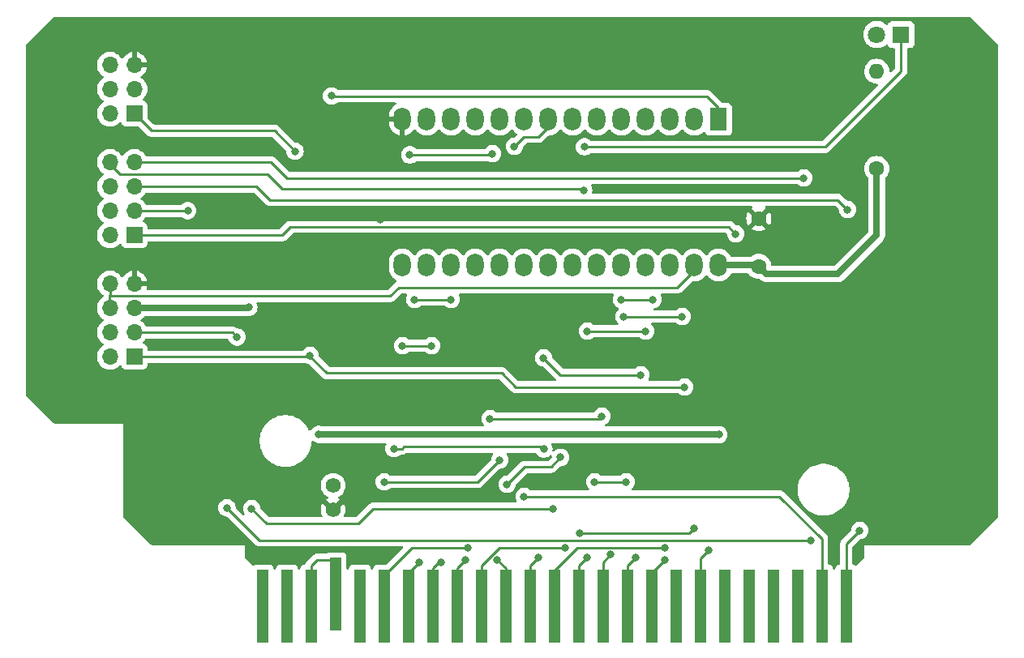
<source format=gtl>
%TF.GenerationSoftware,KiCad,Pcbnew,8.0.2-1.fc38*%
%TF.CreationDate,2024-06-21T20:30:20+02:00*%
%TF.ProjectId,msx_eprom_cartridge_3.1,6d73785f-6570-4726-9f6d-5f6361727472,rev?*%
%TF.SameCoordinates,Original*%
%TF.FileFunction,Copper,L1,Top*%
%TF.FilePolarity,Positive*%
%FSLAX46Y46*%
G04 Gerber Fmt 4.6, Leading zero omitted, Abs format (unit mm)*
G04 Created by KiCad (PCBNEW 8.0.2-1.fc38) date 2024-06-21 20:30:20*
%MOMM*%
%LPD*%
G01*
G04 APERTURE LIST*
%TA.AperFunction,SMDPad,CuDef*%
%ADD10R,1.270000X7.620000*%
%TD*%
%TA.AperFunction,ComponentPad*%
%ADD11R,1.700000X1.700000*%
%TD*%
%TA.AperFunction,ComponentPad*%
%ADD12O,1.700000X1.700000*%
%TD*%
%TA.AperFunction,ComponentPad*%
%ADD13C,1.600000*%
%TD*%
%TA.AperFunction,ComponentPad*%
%ADD14C,1.574800*%
%TD*%
%TA.AperFunction,ComponentPad*%
%ADD15R,1.800000X1.800000*%
%TD*%
%TA.AperFunction,ComponentPad*%
%ADD16C,1.800000*%
%TD*%
%TA.AperFunction,ComponentPad*%
%ADD17O,1.600000X1.600000*%
%TD*%
%TA.AperFunction,ComponentPad*%
%ADD18R,1.800000X2.400000*%
%TD*%
%TA.AperFunction,ComponentPad*%
%ADD19O,1.800000X2.400000*%
%TD*%
%TA.AperFunction,ViaPad*%
%ADD20C,0.800000*%
%TD*%
%TA.AperFunction,Conductor*%
%ADD21C,0.700000*%
%TD*%
%TA.AperFunction,Conductor*%
%ADD22C,0.200000*%
%TD*%
%TA.AperFunction,Conductor*%
%ADD23C,0.250000*%
%TD*%
G04 APERTURE END LIST*
D10*
%TO.P,CN1,02,~{CS2}*%
%TO.N,/~{CS2}*%
X187325000Y-123190000D03*
%TO.P,CN1,04,~{SLTSL}*%
%TO.N,/~{SLTSL}*%
X184785000Y-123190000D03*
%TO.P,CN1,06,~{RFSH}*%
%TO.N,unconnected-(CN1-~{RFSH}-Pad06)*%
X182245000Y-123190000D03*
%TO.P,CN1,08,~{INT}*%
%TO.N,unconnected-(CN1-~{INT}-Pad08)*%
X179705000Y-123190000D03*
%TO.P,CN1,10,~{BUSDIR}*%
%TO.N,unconnected-(CN1-~{BUSDIR}-Pad10)*%
X177165000Y-123190000D03*
%TO.P,CN1,12,~{MERQ}*%
%TO.N,unconnected-(CN1-~{MERQ}-Pad12)*%
X174625000Y-123190000D03*
%TO.P,CN1,14,~{RD}*%
%TO.N,/~{RD}*%
X172085000Y-123190000D03*
%TO.P,CN1,16,NC2*%
%TO.N,unconnected-(CN1-NC2-Pad16)*%
X169545000Y-123190000D03*
%TO.P,CN1,18,A15*%
%TO.N,/A15*%
X167005000Y-123190000D03*
%TO.P,CN1,20,A10*%
%TO.N,/A10*%
X164465000Y-123190000D03*
%TO.P,CN1,22,A6*%
%TO.N,/A6*%
X161925000Y-123190000D03*
%TO.P,CN1,24,A8*%
%TO.N,/A8*%
X159385000Y-123190000D03*
%TO.P,CN1,26,A13*%
%TO.N,/A13*%
X156845000Y-123190000D03*
%TO.P,CN1,28,A0*%
%TO.N,/A0*%
X154305000Y-123190000D03*
%TO.P,CN1,30,A2*%
%TO.N,/A2*%
X151765000Y-123190000D03*
%TO.P,CN1,32,A4*%
%TO.N,/A4*%
X149225000Y-123190000D03*
%TO.P,CN1,34,D0*%
%TO.N,/D0*%
X146685000Y-123190000D03*
%TO.P,CN1,36,D2*%
%TO.N,/D2*%
X144145000Y-123190000D03*
%TO.P,CN1,38,D4*%
%TO.N,/D4*%
X141605000Y-123190000D03*
%TO.P,CN1,40,D6*%
%TO.N,/D6*%
X139065000Y-123190000D03*
%TO.P,CN1,42,CLOCK*%
%TO.N,unconnected-(CN1-CLOCK-Pad42)*%
X136525000Y-123190000D03*
%TO.P,CN1,44,SW1*%
%TO.N,Net-(CN1-SW1)*%
X133985000Y-121920000D03*
%TO.P,CN1,46,SW2*%
X131445000Y-123190000D03*
%TO.P,CN1,48,+12V*%
%TO.N,unconnected-(CN1-+12V-Pad48)*%
X128905000Y-123190000D03*
%TO.P,CN1,50,-12V*%
%TO.N,unconnected-(CN1--12V-Pad50)*%
X126365000Y-123190000D03*
%TD*%
D11*
%TO.P,JP3,1,Pin_1*%
%TO.N,/A15*%
X112965000Y-97145000D03*
D12*
%TO.P,JP3,2,Pin_2*%
%TO.N,/P27*%
X110425000Y-97145000D03*
%TO.P,JP3,3,Pin_3*%
%TO.N,/A14*%
X112965000Y-94605000D03*
%TO.P,JP3,4,Pin_4*%
%TO.N,/P27*%
X110425000Y-94605000D03*
%TO.P,JP3,5,Pin_5*%
%TO.N,+5V*%
X112965000Y-92065000D03*
%TO.P,JP3,6,Pin_6*%
%TO.N,/P27*%
X110425000Y-92065000D03*
%TO.P,JP3,7,Pin_7*%
%TO.N,GND*%
X112965000Y-89525000D03*
%TO.P,JP3,8,Pin_8*%
%TO.N,/P27*%
X110425000Y-89525000D03*
%TD*%
D13*
%TO.P,C2,1*%
%TO.N,+5V*%
X178181000Y-87720000D03*
%TO.P,C2,2*%
%TO.N,GND*%
X178181000Y-82720000D03*
%TD*%
D14*
%TO.P,C1,1*%
%TO.N,+5V*%
X133730000Y-110610000D03*
%TO.P,C1,2*%
%TO.N,GND*%
X133730000Y-113150000D03*
%TD*%
D15*
%TO.P,D1,1,K*%
%TO.N,/~{OE}*%
X193040000Y-63500000D03*
D16*
%TO.P,D1,2,A*%
%TO.N,Net-(D1-A)*%
X190500000Y-63500000D03*
%TD*%
D13*
%TO.P,R1,1*%
%TO.N,+5V*%
X190500000Y-77490000D03*
D17*
%TO.P,R1,2*%
%TO.N,Net-(D1-A)*%
X190500000Y-67330000D03*
%TD*%
D18*
%TO.P,U1,1,A15*%
%TO.N,/P1*%
X173980000Y-72350000D03*
D19*
%TO.P,U1,2,A12*%
%TO.N,/A12*%
X171440000Y-72350000D03*
%TO.P,U1,3,A7*%
%TO.N,/A7*%
X168900000Y-72350000D03*
%TO.P,U1,4,A6*%
%TO.N,/A6*%
X166360000Y-72350000D03*
%TO.P,U1,5,A5*%
%TO.N,/A5*%
X163820000Y-72350000D03*
%TO.P,U1,6,A4*%
%TO.N,/A4*%
X161280000Y-72350000D03*
%TO.P,U1,7,A3*%
%TO.N,/A3*%
X158740000Y-72350000D03*
%TO.P,U1,8,A2*%
%TO.N,/A2*%
X156200000Y-72350000D03*
%TO.P,U1,9,A1*%
%TO.N,/A1*%
X153660000Y-72350000D03*
%TO.P,U1,10,A0*%
%TO.N,/A0*%
X151120000Y-72350000D03*
%TO.P,U1,11,D0*%
%TO.N,/D0*%
X148580000Y-72350000D03*
%TO.P,U1,12,D1*%
%TO.N,/D1*%
X146040000Y-72350000D03*
%TO.P,U1,13,D2*%
%TO.N,/D2*%
X143500000Y-72350000D03*
%TO.P,U1,14,GND*%
%TO.N,GND*%
X140960000Y-72350000D03*
%TO.P,U1,15,D3*%
%TO.N,/D3*%
X140960000Y-87590000D03*
%TO.P,U1,16,D4*%
%TO.N,/D4*%
X143500000Y-87590000D03*
%TO.P,U1,17,D5*%
%TO.N,/D5*%
X146040000Y-87590000D03*
%TO.P,U1,18,D6*%
%TO.N,/D6*%
X148580000Y-87590000D03*
%TO.P,U1,19,D7*%
%TO.N,/D7*%
X151120000Y-87590000D03*
%TO.P,U1,20,~{CE}*%
%TO.N,/~{SLTSL}*%
X153660000Y-87590000D03*
%TO.P,U1,21,A10*%
%TO.N,/A10*%
X156200000Y-87590000D03*
%TO.P,U1,22,~{OE}*%
%TO.N,/~{OE}*%
X158740000Y-87590000D03*
%TO.P,U1,23,A11*%
%TO.N,/A11*%
X161280000Y-87590000D03*
%TO.P,U1,24,A9*%
%TO.N,/A9*%
X163820000Y-87590000D03*
%TO.P,U1,25,A8*%
%TO.N,/A8*%
X166360000Y-87590000D03*
%TO.P,U1,26,A13*%
%TO.N,/A13*%
X168900000Y-87590000D03*
%TO.P,U1,27,A14*%
%TO.N,/P27*%
X171440000Y-87590000D03*
%TO.P,U1,28,VCC*%
%TO.N,+5V*%
X173980000Y-87590000D03*
%TD*%
D11*
%TO.P,JP1,1,Pin_1*%
%TO.N,/A15*%
X112965000Y-71745000D03*
D12*
%TO.P,JP1,2,Pin_2*%
%TO.N,/P1*%
X110425000Y-71745000D03*
%TO.P,JP1,3,Pin_3*%
%TO.N,+5V*%
X112965000Y-69205000D03*
%TO.P,JP1,4,Pin_4*%
%TO.N,/P1*%
X110425000Y-69205000D03*
%TO.P,JP1,5,Pin_5*%
%TO.N,GND*%
X112965000Y-66665000D03*
%TO.P,JP1,6,Pin_6*%
%TO.N,/P1*%
X110425000Y-66665000D03*
%TD*%
D11*
%TO.P,JP2,1,Pin_1*%
%TO.N,/~{RD}*%
X112965000Y-84445000D03*
D12*
%TO.P,JP2,2,Pin_2*%
%TO.N,/~{OE}*%
X110425000Y-84445000D03*
%TO.P,JP2,3,Pin_3*%
%TO.N,/~{CS12}*%
X112965000Y-81905000D03*
%TO.P,JP2,4,Pin_4*%
%TO.N,/~{OE}*%
X110425000Y-81905000D03*
%TO.P,JP2,5,Pin_5*%
%TO.N,/~{CS2}*%
X112965000Y-79365000D03*
%TO.P,JP2,6,Pin_6*%
%TO.N,/~{OE}*%
X110425000Y-79365000D03*
%TO.P,JP2,7,Pin_7*%
%TO.N,/~{CS1}*%
X112965000Y-76825000D03*
%TO.P,JP2,8,Pin_8*%
%TO.N,/~{OE}*%
X110425000Y-76825000D03*
%TD*%
D20*
%TO.N,+5V*%
X132210000Y-105260000D03*
X174000000Y-105300000D03*
X124910000Y-91990000D03*
%TO.N,GND*%
X138684000Y-89662000D03*
X129768600Y-72263000D03*
X138684000Y-82804000D03*
%TO.N,/~{OE}*%
X159893000Y-79756000D03*
X159970000Y-75230000D03*
%TO.N,/A15*%
X131318000Y-97028000D03*
X129750000Y-75680000D03*
X168402000Y-118364000D03*
X170434000Y-100330000D03*
%TO.N,/P1*%
X133570000Y-69910000D03*
%TO.N,/~{CS2}*%
X188722000Y-115316000D03*
X187452000Y-81788000D03*
%TO.N,/~{CS12}*%
X122640000Y-112950000D03*
X183642000Y-116332000D03*
X118550000Y-81905000D03*
%TO.N,/~{RD}*%
X172974000Y-117348000D03*
X175768000Y-84328000D03*
%TO.N,/~{CS1}*%
X182880000Y-78486000D03*
%TO.N,/A14*%
X123690000Y-95090000D03*
X125222000Y-113030000D03*
X156718000Y-113030000D03*
%TO.N,/D3*%
X140970000Y-96012000D03*
X144018000Y-96012000D03*
%TO.N,/D4*%
X142748000Y-118618000D03*
%TO.N,/A5*%
X161798000Y-103378000D03*
X150114000Y-103632000D03*
%TO.N,/A11*%
X161036000Y-110236000D03*
X164323011Y-110236963D03*
%TO.N,/A6*%
X162733667Y-117818500D03*
%TO.N,/A7*%
X170180000Y-92964000D03*
X164084000Y-92964000D03*
%TO.N,/~{SLTSL}*%
X153670000Y-111760000D03*
%TO.N,/D2*%
X145034000Y-118618000D03*
%TO.N,/A10*%
X155702000Y-97282000D03*
X165354000Y-118110000D03*
X165862000Y-99060000D03*
%TO.N,/D7*%
X139065000Y-110236000D03*
X151130000Y-107950000D03*
%TO.N,/D0*%
X147574000Y-118364000D03*
%TO.N,/A2*%
X150876000Y-118364000D03*
X152654000Y-75184000D03*
%TO.N,/A3*%
X157480000Y-107670600D03*
X151892000Y-110490000D03*
%TO.N,/D6*%
X147823701Y-117089701D03*
%TO.N,/A4*%
X157988000Y-117094000D03*
%TO.N,/A0*%
X150368000Y-75946000D03*
X155194000Y-118110000D03*
X141732000Y-76073000D03*
X155727400Y-106807000D03*
X140081000Y-106756200D03*
%TO.N,/A8*%
X166370000Y-94488000D03*
X160274000Y-118110000D03*
X160274000Y-94488000D03*
%TO.N,/A9*%
X163830000Y-91186000D03*
X167132000Y-91186000D03*
%TO.N,/A13*%
X168402000Y-117094000D03*
%TO.N,/A12*%
X171450000Y-115062000D03*
X159512000Y-115570000D03*
%TO.N,/D5*%
X146043000Y-91186000D03*
X142240000Y-91186000D03*
%TD*%
D21*
%TO.N,+5V*%
X132250000Y-105300000D02*
X132210000Y-105260000D01*
X190500000Y-84457792D02*
X186427792Y-88530000D01*
X186427792Y-88530000D02*
X178991000Y-88530000D01*
X174110000Y-87720000D02*
X173980000Y-87590000D01*
X174365000Y-87757000D02*
X173983000Y-88139000D01*
X124910000Y-91990000D02*
X124835000Y-92065000D01*
X178051000Y-87590000D02*
X178181000Y-87720000D01*
X178991000Y-88530000D02*
X178181000Y-87720000D01*
X173980000Y-87590000D02*
X178051000Y-87590000D01*
X190500000Y-77490000D02*
X190500000Y-84457792D01*
X124835000Y-92065000D02*
X112965000Y-92065000D01*
X174000000Y-105300000D02*
X132250000Y-105300000D01*
D22*
%TO.N,GND*%
X110870000Y-87430000D02*
X107370000Y-83930000D01*
D23*
X139748000Y-81740000D02*
X177201000Y-81740000D01*
X129768600Y-72263000D02*
X123633000Y-72263000D01*
D22*
X107370000Y-64870000D02*
X107880000Y-64360000D01*
D23*
X118045000Y-66675000D02*
X114489000Y-66675000D01*
D22*
X111190000Y-64370000D02*
X111200000Y-64380000D01*
D21*
X138731000Y-82757000D02*
X138684000Y-82804000D01*
D23*
X116015000Y-66675000D02*
X112965000Y-66675000D01*
X123633000Y-72263000D02*
X118045000Y-66675000D01*
D22*
X107370000Y-83930000D02*
X107370000Y-64870000D01*
X107880000Y-64360000D02*
X111200000Y-64360000D01*
D23*
X112965000Y-66665000D02*
X112965000Y-64405000D01*
X177201000Y-81740000D02*
X178181000Y-82720000D01*
X118045000Y-66675000D02*
X116015000Y-66675000D01*
D22*
X112965000Y-89525000D02*
X112965000Y-87685000D01*
X111200000Y-64380000D02*
X112940000Y-64380000D01*
D23*
X112965000Y-64405000D02*
X112940000Y-64380000D01*
X116521000Y-66675000D02*
X116015000Y-66675000D01*
D22*
X112710000Y-87430000D02*
X110870000Y-87430000D01*
D23*
X138684000Y-82804000D02*
X139748000Y-81740000D01*
D22*
X112965000Y-87685000D02*
X112710000Y-87430000D01*
D23*
%TO.N,/~{OE}*%
X128388500Y-79637500D02*
X159774500Y-79637500D01*
X193040000Y-63500000D02*
X193040000Y-67310000D01*
X159774500Y-79637500D02*
X159893000Y-79756000D01*
X185120000Y-75230000D02*
X159970000Y-75230000D01*
X126856000Y-78105000D02*
X128388500Y-79637500D01*
X110680500Y-77279500D02*
X110299500Y-76898500D01*
X193040000Y-67310000D02*
X185120000Y-75230000D01*
X111441000Y-78105000D02*
X126856000Y-78105000D01*
X110679000Y-77343000D02*
X111441000Y-78105000D01*
%TO.N,/A15*%
X151327011Y-98862989D02*
X133048189Y-98862989D01*
X114743000Y-97155000D02*
X113219000Y-97155000D01*
X133048189Y-98862989D02*
X131318000Y-97132800D01*
X131318000Y-97132800D02*
X131318000Y-97028000D01*
X114235000Y-97155000D02*
X131191000Y-97155000D01*
X168402000Y-118364000D02*
X167005000Y-119761000D01*
X167005000Y-119761000D02*
X167005000Y-123190000D01*
X152794022Y-100330000D02*
X151327011Y-98862989D01*
X170434000Y-100330000D02*
X152794022Y-100330000D01*
X131191000Y-97155000D02*
X131318000Y-97028000D01*
X127600000Y-73530000D02*
X129750000Y-75680000D01*
X112965000Y-71745000D02*
X114750000Y-73530000D01*
X114750000Y-73530000D02*
X127600000Y-73530000D01*
%TO.N,/P1*%
X133610000Y-69950000D02*
X133570000Y-69910000D01*
X173983000Y-72289000D02*
X173983000Y-71139000D01*
X172794000Y-69950000D02*
X133610000Y-69950000D01*
X173983000Y-71139000D02*
X172794000Y-69950000D01*
%TO.N,/~{CS2}*%
X114235000Y-79375000D02*
X125730000Y-79375000D01*
X187325000Y-123190000D02*
X187325000Y-116713000D01*
X127117011Y-80762011D02*
X186426011Y-80762011D01*
X113030000Y-79375000D02*
X116205000Y-79375000D01*
X186426011Y-80762011D02*
X187452000Y-81788000D01*
X187325000Y-116713000D02*
X188722000Y-115316000D01*
X125730000Y-79375000D02*
X127117011Y-80762011D01*
%TO.N,/~{CS12}*%
X183642000Y-116332000D02*
X126022000Y-116332000D01*
X112965000Y-81905000D02*
X118550000Y-81905000D01*
X126022000Y-116332000D02*
X122640000Y-112950000D01*
%TO.N,/~{RD}*%
X129267511Y-83592989D02*
X128401250Y-84459250D01*
X172085000Y-118237000D02*
X172085000Y-123190000D01*
X172974000Y-117348000D02*
X172085000Y-118237000D01*
X116586000Y-84455000D02*
X114139511Y-84455000D01*
X128401250Y-84459250D02*
X116590250Y-84459250D01*
X115650244Y-84455000D02*
X112949755Y-84455000D01*
X175768000Y-84328000D02*
X175032989Y-83592989D01*
X116590250Y-84459250D02*
X116586000Y-84455000D01*
X175032989Y-83592989D02*
X129267511Y-83592989D01*
%TO.N,/~{CS1}*%
X182880000Y-78486000D02*
X128905704Y-78486000D01*
X115152247Y-76835000D02*
X113447752Y-76835000D01*
X127254704Y-76835000D02*
X114935000Y-76835000D01*
X128905704Y-78486000D02*
X127254704Y-76835000D01*
%TO.N,/P27*%
X110410000Y-92060000D02*
X110420000Y-89360000D01*
X139690000Y-90810000D02*
X140570000Y-89930000D01*
X140570000Y-89930000D02*
X169652000Y-89930000D01*
X110459908Y-90699500D02*
X110570408Y-90810000D01*
X110570408Y-90810000D02*
X139690000Y-90810000D01*
X169652000Y-89930000D02*
X171443000Y-88139000D01*
%TO.N,/A14*%
X156718000Y-113030000D02*
X137922000Y-113030000D01*
X126772000Y-114580000D02*
X125222000Y-113030000D01*
X136372000Y-114580000D02*
X126772000Y-114580000D01*
X115251000Y-94615000D02*
X113219000Y-94615000D01*
X114235000Y-94615000D02*
X123215000Y-94615000D01*
X123215000Y-94615000D02*
X123690000Y-95090000D01*
X137922000Y-113030000D02*
X136372000Y-114580000D01*
%TO.N,/D3*%
X140970000Y-96012000D02*
X144018000Y-96012000D01*
%TO.N,/D4*%
X141605000Y-123190000D02*
X141605000Y-119761000D01*
X141605000Y-119761000D02*
X142748000Y-118618000D01*
%TO.N,/A5*%
X150114000Y-103632000D02*
X161544000Y-103632000D01*
X161544000Y-103632000D02*
X161798000Y-103378000D01*
%TO.N,/A11*%
X161036000Y-110236000D02*
X164322048Y-110236000D01*
X164322048Y-110236000D02*
X164323011Y-110236963D01*
%TO.N,/A6*%
X161925000Y-123190000D02*
X161925000Y-118627167D01*
X161925000Y-118627167D02*
X162733667Y-117818500D01*
%TO.N,/A7*%
X170180000Y-92964000D02*
X164084000Y-92964000D01*
%TO.N,/~{SLTSL}*%
X180340000Y-111760000D02*
X153670000Y-111760000D01*
X184785000Y-116205000D02*
X180340000Y-111760000D01*
X184785000Y-123190000D02*
X184785000Y-116205000D01*
%TO.N,/D2*%
X144780000Y-118618000D02*
X145034000Y-118618000D01*
X144145000Y-119253000D02*
X144780000Y-118618000D01*
X144145000Y-123190000D02*
X144145000Y-119253000D01*
%TO.N,/A10*%
X164465000Y-118999000D02*
X165354000Y-118110000D01*
X157480000Y-99060000D02*
X155702000Y-97282000D01*
X164465000Y-123190000D02*
X164465000Y-118999000D01*
X165862000Y-99060000D02*
X157480000Y-99060000D01*
%TO.N,/D7*%
X148844000Y-110236000D02*
X151130000Y-107950000D01*
X139065000Y-110236000D02*
X148844000Y-110236000D01*
%TO.N,/D0*%
X146685000Y-119253000D02*
X147574000Y-118364000D01*
X146685000Y-123190000D02*
X146685000Y-119253000D01*
%TO.N,/A2*%
X153670000Y-74168000D02*
X155194000Y-74168000D01*
X152654000Y-75184000D02*
X153670000Y-74168000D01*
X156203000Y-73159000D02*
X156203000Y-72290000D01*
X151765000Y-119253000D02*
X150876000Y-118364000D01*
X155194000Y-74168000D02*
X156203000Y-73159000D01*
X151765000Y-123190000D02*
X151765000Y-119253000D01*
%TO.N,/A3*%
X153708100Y-108673900D02*
X156476700Y-108673900D01*
X156476700Y-108673900D02*
X157480000Y-107670600D01*
X151892000Y-110490000D02*
X153708100Y-108673900D01*
%TO.N,/D6*%
X139065000Y-120015000D02*
X141990299Y-117089701D01*
X141990299Y-117089701D02*
X147823701Y-117089701D01*
X139065000Y-123190000D02*
X139065000Y-120015000D01*
%TO.N,/A4*%
X149225000Y-123190000D02*
X149225000Y-118990400D01*
X151121400Y-117094000D02*
X157988000Y-117094000D01*
X149225000Y-118990400D02*
X151121400Y-117094000D01*
%TO.N,/A0*%
X140865852Y-106758748D02*
X140916652Y-106758748D01*
X155473400Y-106553000D02*
X155727400Y-106807000D01*
X150241000Y-76073000D02*
X150368000Y-75946000D01*
X141122400Y-106553000D02*
X155473400Y-106553000D01*
X141732000Y-76073000D02*
X150241000Y-76073000D01*
X154305000Y-118999000D02*
X154305000Y-123190000D01*
X140081000Y-106756200D02*
X140865852Y-106758748D01*
X140916652Y-106758748D02*
X141122400Y-106553000D01*
X155194000Y-118110000D02*
X154305000Y-118999000D01*
%TO.N,/A8*%
X159385000Y-118999000D02*
X160274000Y-118110000D01*
X166370000Y-94488000D02*
X160274000Y-94488000D01*
X159385000Y-123190000D02*
X159385000Y-118999000D01*
%TO.N,/A9*%
X167132000Y-91186000D02*
X163823000Y-91186000D01*
X163823000Y-91186000D02*
X163830000Y-91186000D01*
%TO.N,/A13*%
X156845000Y-119507000D02*
X156845000Y-123190000D01*
X168402000Y-117094000D02*
X159258000Y-117094000D01*
X159258000Y-117094000D02*
X156845000Y-119507000D01*
%TO.N,/A12*%
X159512000Y-115570000D02*
X170942000Y-115570000D01*
X170942000Y-115570000D02*
X171450000Y-115062000D01*
%TO.N,/D5*%
X142240000Y-91186000D02*
X146043000Y-91186000D01*
%TO.N,Net-(CN1-SW1)*%
X133985000Y-121920000D02*
X133985000Y-118491000D01*
X132080000Y-118364000D02*
X131445000Y-118999000D01*
X133858000Y-118364000D02*
X132080000Y-118364000D01*
X133985000Y-118491000D02*
X133858000Y-118364000D01*
X131445000Y-118999000D02*
X131445000Y-123190000D01*
%TD*%
%TA.AperFunction,Conductor*%
%TO.N,GND*%
G36*
X200226431Y-61685502D02*
G01*
X200247405Y-61702405D01*
X203152595Y-64607595D01*
X203186621Y-64669907D01*
X203189500Y-64696690D01*
X203189500Y-113798310D01*
X203169498Y-113866431D01*
X203152595Y-113887405D01*
X200247405Y-116792595D01*
X200185093Y-116826621D01*
X200158310Y-116829500D01*
X189225649Y-116829500D01*
X189219500Y-116835649D01*
X189219500Y-118068310D01*
X189199498Y-118136431D01*
X189182599Y-118157400D01*
X188788406Y-118551594D01*
X188400462Y-118939538D01*
X188338150Y-118973563D01*
X188267334Y-118968498D01*
X188235859Y-118951310D01*
X188206204Y-118929111D01*
X188206202Y-118929110D01*
X188069204Y-118878011D01*
X188061526Y-118876197D01*
X188061940Y-118874442D01*
X188005436Y-118851035D01*
X187964947Y-118792716D01*
X187958500Y-118752929D01*
X187958500Y-117027594D01*
X187978502Y-116959473D01*
X187995405Y-116938499D01*
X188672499Y-116261405D01*
X188734811Y-116227379D01*
X188761594Y-116224500D01*
X188817487Y-116224500D01*
X189004288Y-116184794D01*
X189178752Y-116107118D01*
X189333253Y-115994866D01*
X189461040Y-115852944D01*
X189556527Y-115687556D01*
X189615542Y-115505928D01*
X189635504Y-115316000D01*
X189615542Y-115126072D01*
X189556527Y-114944444D01*
X189461040Y-114779056D01*
X189461038Y-114779054D01*
X189461034Y-114779048D01*
X189333255Y-114637135D01*
X189178752Y-114524882D01*
X189004288Y-114447206D01*
X188817487Y-114407500D01*
X188626513Y-114407500D01*
X188439711Y-114447206D01*
X188265247Y-114524882D01*
X188110744Y-114637135D01*
X187982965Y-114779048D01*
X187982958Y-114779058D01*
X187887476Y-114944438D01*
X187887473Y-114944445D01*
X187828457Y-115126072D01*
X187811092Y-115291292D01*
X187784079Y-115356949D01*
X187774878Y-115367216D01*
X186921167Y-116220929D01*
X186832927Y-116309169D01*
X186832926Y-116309171D01*
X186763601Y-116412923D01*
X186715846Y-116528212D01*
X186691500Y-116650603D01*
X186691500Y-118752929D01*
X186671498Y-118821050D01*
X186617842Y-118867543D01*
X186588341Y-118875636D01*
X186588474Y-118876197D01*
X186580795Y-118878011D01*
X186443797Y-118929110D01*
X186443792Y-118929112D01*
X186326738Y-119016738D01*
X186239112Y-119133792D01*
X186239110Y-119133797D01*
X186188011Y-119270795D01*
X186186197Y-119278474D01*
X186184024Y-119277960D01*
X186161191Y-119333071D01*
X186102869Y-119373556D01*
X186063090Y-119380000D01*
X186046910Y-119380000D01*
X185978789Y-119359998D01*
X185932296Y-119306342D01*
X185924597Y-119278286D01*
X185923803Y-119278474D01*
X185921988Y-119270795D01*
X185870889Y-119133797D01*
X185870887Y-119133792D01*
X185783261Y-119016738D01*
X185666207Y-118929112D01*
X185666202Y-118929110D01*
X185529204Y-118878011D01*
X185521526Y-118876197D01*
X185521940Y-118874442D01*
X185465436Y-118851035D01*
X185424947Y-118792716D01*
X185418500Y-118752929D01*
X185418500Y-116142607D01*
X185418499Y-116142603D01*
X185394155Y-116020215D01*
X185346400Y-115904925D01*
X185277071Y-115801167D01*
X185188833Y-115712929D01*
X180743833Y-111267929D01*
X180640075Y-111198600D01*
X180524785Y-111150845D01*
X180451086Y-111136185D01*
X180402396Y-111126500D01*
X180402394Y-111126500D01*
X165027576Y-111126500D01*
X164959455Y-111106498D01*
X164912962Y-111052842D01*
X164902858Y-110982568D01*
X164932352Y-110917988D01*
X164933940Y-110916190D01*
X164945508Y-110903342D01*
X182244500Y-110903342D01*
X182244500Y-111206657D01*
X182278460Y-111508067D01*
X182345955Y-111803778D01*
X182446125Y-112090047D01*
X182446136Y-112090074D01*
X182577732Y-112363336D01*
X182577737Y-112363345D01*
X182739108Y-112620164D01*
X182928223Y-112857307D01*
X183142692Y-113071776D01*
X183142696Y-113071779D01*
X183379836Y-113260892D01*
X183476379Y-113321554D01*
X183633235Y-113420114D01*
X183636659Y-113422265D01*
X183909935Y-113553868D01*
X183909951Y-113553873D01*
X183909952Y-113553874D01*
X184196221Y-113654044D01*
X184196224Y-113654044D01*
X184196228Y-113654046D01*
X184393757Y-113699131D01*
X184491932Y-113721539D01*
X184491933Y-113721539D01*
X184491937Y-113721540D01*
X184731518Y-113748534D01*
X184793342Y-113755500D01*
X184793343Y-113755500D01*
X185096658Y-113755500D01*
X185147958Y-113749719D01*
X185398063Y-113721540D01*
X185693772Y-113654046D01*
X185980065Y-113553868D01*
X186253341Y-113422265D01*
X186510164Y-113260892D01*
X186747304Y-113071779D01*
X186961779Y-112857304D01*
X187150892Y-112620164D01*
X187312265Y-112363341D01*
X187443868Y-112090065D01*
X187544046Y-111803772D01*
X187611540Y-111508063D01*
X187645500Y-111206657D01*
X187645500Y-110903343D01*
X187611540Y-110601937D01*
X187544046Y-110306228D01*
X187519809Y-110236963D01*
X187443874Y-110019952D01*
X187443873Y-110019951D01*
X187443868Y-110019935D01*
X187312265Y-109746659D01*
X187150892Y-109489836D01*
X186961779Y-109252696D01*
X186961776Y-109252692D01*
X186747307Y-109038223D01*
X186510164Y-108849108D01*
X186253345Y-108687737D01*
X186253336Y-108687732D01*
X185980074Y-108556136D01*
X185980069Y-108556134D01*
X185980065Y-108556132D01*
X185980059Y-108556129D01*
X185980047Y-108556125D01*
X185693778Y-108455955D01*
X185398067Y-108388460D01*
X185096658Y-108354500D01*
X185096657Y-108354500D01*
X184793343Y-108354500D01*
X184793342Y-108354500D01*
X184491932Y-108388460D01*
X184196221Y-108455955D01*
X183909952Y-108556125D01*
X183909925Y-108556136D01*
X183636663Y-108687732D01*
X183636654Y-108687737D01*
X183379835Y-108849108D01*
X183142692Y-109038223D01*
X182928223Y-109252692D01*
X182739108Y-109489835D01*
X182577737Y-109746654D01*
X182577732Y-109746663D01*
X182446136Y-110019925D01*
X182446125Y-110019952D01*
X182345955Y-110306221D01*
X182278460Y-110601932D01*
X182244500Y-110903342D01*
X164945508Y-110903342D01*
X165062045Y-110773914D01*
X165062046Y-110773912D01*
X165062051Y-110773907D01*
X165157538Y-110608519D01*
X165216553Y-110426891D01*
X165236515Y-110236963D01*
X165216553Y-110047035D01*
X165157538Y-109865407D01*
X165062051Y-109700019D01*
X165062049Y-109700017D01*
X165062045Y-109700011D01*
X164934266Y-109558098D01*
X164779763Y-109445845D01*
X164605299Y-109368169D01*
X164418498Y-109328463D01*
X164227524Y-109328463D01*
X164040722Y-109368169D01*
X163866258Y-109445845D01*
X163711760Y-109558094D01*
X163710552Y-109559435D01*
X163709313Y-109560811D01*
X163707507Y-109561924D01*
X163706854Y-109562513D01*
X163706746Y-109562393D01*
X163648869Y-109598050D01*
X163615679Y-109602500D01*
X161744200Y-109602500D01*
X161676079Y-109582498D01*
X161650563Y-109560810D01*
X161647252Y-109557133D01*
X161492752Y-109444882D01*
X161318288Y-109367206D01*
X161131487Y-109327500D01*
X160940513Y-109327500D01*
X160753711Y-109367206D01*
X160579247Y-109444882D01*
X160424744Y-109557135D01*
X160296965Y-109699048D01*
X160296958Y-109699058D01*
X160201476Y-109864438D01*
X160201473Y-109864445D01*
X160142457Y-110046072D01*
X160122496Y-110236000D01*
X160142457Y-110425927D01*
X160149970Y-110449048D01*
X160201473Y-110607556D01*
X160201476Y-110607561D01*
X160296958Y-110772941D01*
X160296965Y-110772951D01*
X160425938Y-110916190D01*
X160456656Y-110980197D01*
X160447891Y-111050651D01*
X160402428Y-111105182D01*
X160334701Y-111126477D01*
X160332302Y-111126500D01*
X154378200Y-111126500D01*
X154310079Y-111106498D01*
X154284563Y-111084810D01*
X154281252Y-111081133D01*
X154126752Y-110968882D01*
X153952288Y-110891206D01*
X153765487Y-110851500D01*
X153574513Y-110851500D01*
X153387711Y-110891206D01*
X153213247Y-110968882D01*
X153058744Y-111081135D01*
X152930965Y-111223048D01*
X152930958Y-111223058D01*
X152835476Y-111388438D01*
X152835473Y-111388445D01*
X152776457Y-111570072D01*
X152756496Y-111760000D01*
X152776457Y-111949927D01*
X152790931Y-111994471D01*
X152835473Y-112131556D01*
X152835476Y-112131561D01*
X152879319Y-112207500D01*
X152896057Y-112276496D01*
X152872836Y-112343587D01*
X152817029Y-112387474D01*
X152770200Y-112396500D01*
X137859603Y-112396500D01*
X137786568Y-112411028D01*
X137737215Y-112420845D01*
X137737213Y-112420845D01*
X137737212Y-112420846D01*
X137621923Y-112468601D01*
X137518171Y-112537926D01*
X137518164Y-112537931D01*
X136146501Y-113909595D01*
X136084189Y-113943621D01*
X136057406Y-113946500D01*
X134985682Y-113946500D01*
X134917561Y-113926498D01*
X134871068Y-113872842D01*
X134860964Y-113802568D01*
X134871487Y-113767250D01*
X134951925Y-113594748D01*
X134951927Y-113594742D01*
X135010592Y-113375802D01*
X135030347Y-113150000D01*
X135010592Y-112924197D01*
X134951927Y-112705257D01*
X134951925Y-112705251D01*
X134856132Y-112499822D01*
X134808053Y-112431157D01*
X134808051Y-112431157D01*
X134136400Y-113102808D01*
X134136400Y-113096496D01*
X134108705Y-112993135D01*
X134055201Y-112900464D01*
X133979536Y-112824799D01*
X133886865Y-112771295D01*
X133783504Y-112743600D01*
X133777190Y-112743600D01*
X134448841Y-112071947D01*
X134380175Y-112023867D01*
X134317135Y-111994471D01*
X134263850Y-111947554D01*
X134244389Y-111879277D01*
X134264931Y-111811317D01*
X134317136Y-111766081D01*
X134380425Y-111736569D01*
X134566170Y-111606509D01*
X134726509Y-111446170D01*
X134856569Y-111260425D01*
X134952399Y-111054917D01*
X135011087Y-110835890D01*
X135030850Y-110610000D01*
X135011087Y-110384110D01*
X134952399Y-110165083D01*
X134856569Y-109959575D01*
X134726509Y-109773830D01*
X134566170Y-109613491D01*
X134521907Y-109582498D01*
X134380425Y-109483431D01*
X134174920Y-109387602D01*
X134174915Y-109387600D01*
X134073264Y-109360363D01*
X133955890Y-109328913D01*
X133730000Y-109309150D01*
X133504110Y-109328913D01*
X133446670Y-109344304D01*
X133285084Y-109387600D01*
X133285079Y-109387602D01*
X133079574Y-109483431D01*
X132893833Y-109613488D01*
X132893827Y-109613493D01*
X132733493Y-109773827D01*
X132733488Y-109773833D01*
X132603431Y-109959574D01*
X132507602Y-110165079D01*
X132507600Y-110165084D01*
X132471431Y-110300072D01*
X132448913Y-110384110D01*
X132429150Y-110610000D01*
X132448913Y-110835890D01*
X132463735Y-110891206D01*
X132507600Y-111054915D01*
X132507602Y-111054920D01*
X132603431Y-111260425D01*
X132693071Y-111388445D01*
X132733491Y-111446170D01*
X132893830Y-111606509D01*
X133079575Y-111736569D01*
X133129823Y-111760000D01*
X133142864Y-111766081D01*
X133196149Y-111812998D01*
X133215610Y-111881275D01*
X133195068Y-111949235D01*
X133142864Y-111994471D01*
X133079824Y-112023867D01*
X133011156Y-112071947D01*
X133682809Y-112743600D01*
X133676496Y-112743600D01*
X133573135Y-112771295D01*
X133480464Y-112824799D01*
X133404799Y-112900464D01*
X133351295Y-112993135D01*
X133323600Y-113096496D01*
X133323600Y-113102809D01*
X132651947Y-112431156D01*
X132603867Y-112499824D01*
X132508074Y-112705252D01*
X132508072Y-112705257D01*
X132449407Y-112924197D01*
X132429652Y-113150000D01*
X132449407Y-113375802D01*
X132508072Y-113594742D01*
X132508074Y-113594748D01*
X132588513Y-113767250D01*
X132599174Y-113837442D01*
X132570194Y-113902255D01*
X132510774Y-113941111D01*
X132474318Y-113946500D01*
X127086594Y-113946500D01*
X127018473Y-113926498D01*
X126997499Y-113909595D01*
X126169122Y-113081218D01*
X126135096Y-113018906D01*
X126132907Y-113005293D01*
X126128769Y-112965926D01*
X126115542Y-112840072D01*
X126056527Y-112658444D01*
X125961040Y-112493056D01*
X125961038Y-112493054D01*
X125961034Y-112493048D01*
X125833255Y-112351135D01*
X125678752Y-112238882D01*
X125504288Y-112161206D01*
X125317487Y-112121500D01*
X125126513Y-112121500D01*
X124939711Y-112161206D01*
X124765247Y-112238882D01*
X124610744Y-112351135D01*
X124482965Y-112493048D01*
X124482958Y-112493058D01*
X124387476Y-112658438D01*
X124387473Y-112658445D01*
X124328457Y-112840072D01*
X124308496Y-113030000D01*
X124328457Y-113219927D01*
X124341768Y-113260892D01*
X124387473Y-113401556D01*
X124399428Y-113422262D01*
X124455370Y-113519157D01*
X124472108Y-113588152D01*
X124448888Y-113655244D01*
X124393081Y-113699131D01*
X124322405Y-113705880D01*
X124259301Y-113673348D01*
X124257156Y-113671252D01*
X123587122Y-113001218D01*
X123553096Y-112938906D01*
X123550907Y-112925293D01*
X123548297Y-112900464D01*
X123533542Y-112760072D01*
X123474527Y-112578444D01*
X123379040Y-112413056D01*
X123379038Y-112413054D01*
X123379034Y-112413048D01*
X123251255Y-112271135D01*
X123096752Y-112158882D01*
X122922288Y-112081206D01*
X122735487Y-112041500D01*
X122544513Y-112041500D01*
X122357711Y-112081206D01*
X122183247Y-112158882D01*
X122028744Y-112271135D01*
X121900965Y-112413048D01*
X121900958Y-112413058D01*
X121805476Y-112578438D01*
X121805473Y-112578445D01*
X121746457Y-112760072D01*
X121726496Y-112950000D01*
X121746457Y-113139927D01*
X121767115Y-113203504D01*
X121805473Y-113321556D01*
X121805476Y-113321561D01*
X121900958Y-113486941D01*
X121900965Y-113486951D01*
X122028744Y-113628864D01*
X122028747Y-113628866D01*
X122183248Y-113741118D01*
X122357712Y-113818794D01*
X122544513Y-113858500D01*
X122600406Y-113858500D01*
X122668527Y-113878502D01*
X122689501Y-113895405D01*
X125618167Y-116824071D01*
X125721925Y-116893400D01*
X125837215Y-116941155D01*
X125959606Y-116965500D01*
X126084393Y-116965500D01*
X140914405Y-116965500D01*
X140982526Y-116985502D01*
X141029019Y-117039158D01*
X141039123Y-117109432D01*
X141009629Y-117174012D01*
X141003500Y-117180595D01*
X139349501Y-118834595D01*
X139287189Y-118868620D01*
X139260406Y-118871500D01*
X138381350Y-118871500D01*
X138320803Y-118878009D01*
X138320795Y-118878011D01*
X138183797Y-118929110D01*
X138183792Y-118929112D01*
X138066738Y-119016738D01*
X137979112Y-119133792D01*
X137979110Y-119133797D01*
X137928011Y-119270795D01*
X137926197Y-119278474D01*
X137924024Y-119277960D01*
X137901191Y-119333071D01*
X137842869Y-119373556D01*
X137803090Y-119380000D01*
X137786910Y-119380000D01*
X137718789Y-119359998D01*
X137672296Y-119306342D01*
X137664597Y-119278286D01*
X137663803Y-119278474D01*
X137661988Y-119270795D01*
X137610889Y-119133797D01*
X137610887Y-119133792D01*
X137523261Y-119016738D01*
X137406207Y-118929112D01*
X137406202Y-118929110D01*
X137269204Y-118878011D01*
X137269196Y-118878009D01*
X137208649Y-118871500D01*
X137208638Y-118871500D01*
X135841362Y-118871500D01*
X135841350Y-118871500D01*
X135780803Y-118878009D01*
X135780795Y-118878011D01*
X135643797Y-118929110D01*
X135643792Y-118929112D01*
X135526738Y-119016738D01*
X135439112Y-119133792D01*
X135439110Y-119133797D01*
X135388011Y-119270795D01*
X135386197Y-119278474D01*
X135384024Y-119277960D01*
X135361191Y-119333071D01*
X135302869Y-119373556D01*
X135263090Y-119380000D01*
X135254500Y-119380000D01*
X135186379Y-119359998D01*
X135139886Y-119306342D01*
X135128500Y-119254000D01*
X135128500Y-118061367D01*
X135128499Y-118061350D01*
X135121990Y-118000803D01*
X135121988Y-118000795D01*
X135073922Y-117871928D01*
X135070889Y-117863796D01*
X135070888Y-117863794D01*
X135070887Y-117863792D01*
X134983261Y-117746738D01*
X134866207Y-117659112D01*
X134866202Y-117659110D01*
X134729204Y-117608011D01*
X134729196Y-117608009D01*
X134668649Y-117601500D01*
X134668638Y-117601500D01*
X133301362Y-117601500D01*
X133301350Y-117601500D01*
X133240803Y-117608009D01*
X133240795Y-117608011D01*
X133103797Y-117659110D01*
X133103796Y-117659110D01*
X133077425Y-117678852D01*
X133042003Y-117705368D01*
X132975485Y-117730179D01*
X132966495Y-117730500D01*
X132017603Y-117730500D01*
X131895214Y-117754845D01*
X131895209Y-117754847D01*
X131862087Y-117768567D01*
X131779923Y-117802600D01*
X131676167Y-117871927D01*
X131041167Y-118506929D01*
X130952927Y-118595169D01*
X130952926Y-118595171D01*
X130891372Y-118687294D01*
X130883600Y-118698925D01*
X130844751Y-118792716D01*
X130843092Y-118796720D01*
X130798543Y-118852000D01*
X130740153Y-118873779D01*
X130700802Y-118878010D01*
X130700795Y-118878011D01*
X130563797Y-118929110D01*
X130563792Y-118929112D01*
X130446738Y-119016738D01*
X130359112Y-119133792D01*
X130359110Y-119133797D01*
X130308011Y-119270795D01*
X130306197Y-119278474D01*
X130304024Y-119277960D01*
X130281191Y-119333071D01*
X130222869Y-119373556D01*
X130183090Y-119380000D01*
X130166910Y-119380000D01*
X130098789Y-119359998D01*
X130052296Y-119306342D01*
X130044597Y-119278286D01*
X130043803Y-119278474D01*
X130041988Y-119270795D01*
X129990889Y-119133797D01*
X129990887Y-119133792D01*
X129903261Y-119016738D01*
X129786207Y-118929112D01*
X129786202Y-118929110D01*
X129649204Y-118878011D01*
X129649196Y-118878009D01*
X129588649Y-118871500D01*
X129588638Y-118871500D01*
X128221362Y-118871500D01*
X128221350Y-118871500D01*
X128160803Y-118878009D01*
X128160795Y-118878011D01*
X128023797Y-118929110D01*
X128023792Y-118929112D01*
X127906738Y-119016738D01*
X127819112Y-119133792D01*
X127819110Y-119133797D01*
X127768011Y-119270795D01*
X127766197Y-119278474D01*
X127764024Y-119277960D01*
X127741191Y-119333071D01*
X127682869Y-119373556D01*
X127643090Y-119380000D01*
X127626910Y-119380000D01*
X127558789Y-119359998D01*
X127512296Y-119306342D01*
X127504597Y-119278286D01*
X127503803Y-119278474D01*
X127501988Y-119270795D01*
X127450889Y-119133797D01*
X127450887Y-119133792D01*
X127363261Y-119016738D01*
X127246207Y-118929112D01*
X127246202Y-118929110D01*
X127109204Y-118878011D01*
X127109196Y-118878009D01*
X127048649Y-118871500D01*
X127048638Y-118871500D01*
X125681362Y-118871500D01*
X125681350Y-118871500D01*
X125620803Y-118878009D01*
X125620795Y-118878011D01*
X125483797Y-118929110D01*
X125483792Y-118929112D01*
X125454141Y-118951310D01*
X125387621Y-118976121D01*
X125318247Y-118961030D01*
X125289537Y-118939537D01*
X124507405Y-118157405D01*
X124473379Y-118095093D01*
X124470500Y-118068310D01*
X124470500Y-116835651D01*
X124470499Y-116835649D01*
X124464350Y-116829500D01*
X124464349Y-116829500D01*
X114801690Y-116829500D01*
X114733569Y-116809498D01*
X114712595Y-116792595D01*
X111807405Y-113887405D01*
X111773379Y-113825093D01*
X111770500Y-113798310D01*
X111770500Y-105803342D01*
X126044500Y-105803342D01*
X126044500Y-106106657D01*
X126078460Y-106408067D01*
X126145955Y-106703778D01*
X126246125Y-106990047D01*
X126246136Y-106990074D01*
X126377732Y-107263336D01*
X126377737Y-107263345D01*
X126539108Y-107520164D01*
X126728223Y-107757307D01*
X126942692Y-107971776D01*
X127028744Y-108040400D01*
X127179836Y-108160892D01*
X127365759Y-108277715D01*
X127435538Y-108321561D01*
X127436659Y-108322265D01*
X127709935Y-108453868D01*
X127709951Y-108453873D01*
X127709952Y-108453874D01*
X127996221Y-108554044D01*
X127996224Y-108554044D01*
X127996228Y-108554046D01*
X128215095Y-108604001D01*
X128291932Y-108621539D01*
X128291933Y-108621539D01*
X128291937Y-108621540D01*
X128531518Y-108648534D01*
X128593342Y-108655500D01*
X128593343Y-108655500D01*
X128896658Y-108655500D01*
X128947958Y-108649719D01*
X129198063Y-108621540D01*
X129493772Y-108554046D01*
X129780065Y-108453868D01*
X130053341Y-108322265D01*
X130310164Y-108160892D01*
X130547304Y-107971779D01*
X130761779Y-107757304D01*
X130950892Y-107520164D01*
X131112265Y-107263341D01*
X131243868Y-106990065D01*
X131344046Y-106703772D01*
X131411540Y-106408063D01*
X131445500Y-106106657D01*
X131445500Y-106074814D01*
X131465502Y-106006693D01*
X131519158Y-105960200D01*
X131589432Y-105950096D01*
X131645559Y-105972877D01*
X131753248Y-106051118D01*
X131927712Y-106128794D01*
X132114513Y-106168500D01*
X132305492Y-106168500D01*
X132339581Y-106161254D01*
X132365778Y-106158500D01*
X139158799Y-106158500D01*
X139226920Y-106178502D01*
X139273413Y-106232158D01*
X139283517Y-106302432D01*
X139267918Y-106347500D01*
X139246476Y-106384638D01*
X139246473Y-106384645D01*
X139187457Y-106566272D01*
X139167496Y-106756200D01*
X139187457Y-106946127D01*
X139209658Y-107014453D01*
X139246473Y-107127756D01*
X139246476Y-107127761D01*
X139341958Y-107293141D01*
X139341965Y-107293151D01*
X139469744Y-107435064D01*
X139469747Y-107435066D01*
X139624248Y-107547318D01*
X139798712Y-107624994D01*
X139985513Y-107664700D01*
X140176487Y-107664700D01*
X140363288Y-107624994D01*
X140537752Y-107547318D01*
X140692253Y-107435066D01*
X140693491Y-107433690D01*
X140694409Y-107433125D01*
X140697164Y-107430645D01*
X140697617Y-107431148D01*
X140753935Y-107396447D01*
X140787531Y-107391996D01*
X140795383Y-107392022D01*
X140799823Y-107392248D01*
X140803458Y-107392248D01*
X140854258Y-107392248D01*
X140864788Y-107392248D01*
X140865197Y-107392249D01*
X140926189Y-107392447D01*
X140926192Y-107392446D01*
X140929818Y-107392458D01*
X140934260Y-107392248D01*
X140979045Y-107392248D01*
X140979046Y-107392248D01*
X141101437Y-107367903D01*
X141216727Y-107320148D01*
X141320485Y-107250819D01*
X141347899Y-107223405D01*
X141410211Y-107189379D01*
X141436994Y-107186500D01*
X150311951Y-107186500D01*
X150380072Y-107206502D01*
X150426565Y-107260158D01*
X150436669Y-107330432D01*
X150407175Y-107395012D01*
X150405588Y-107396810D01*
X150390961Y-107413054D01*
X150390958Y-107413058D01*
X150295476Y-107578438D01*
X150295473Y-107578444D01*
X150280999Y-107622986D01*
X150236457Y-107760072D01*
X150219092Y-107925293D01*
X150192079Y-107990950D01*
X150182877Y-108001217D01*
X148618499Y-109565596D01*
X148556189Y-109599620D01*
X148529406Y-109602500D01*
X139773200Y-109602500D01*
X139705079Y-109582498D01*
X139679563Y-109560810D01*
X139676252Y-109557133D01*
X139521752Y-109444882D01*
X139347288Y-109367206D01*
X139160487Y-109327500D01*
X138969513Y-109327500D01*
X138782711Y-109367206D01*
X138608247Y-109444882D01*
X138453744Y-109557135D01*
X138325965Y-109699048D01*
X138325958Y-109699058D01*
X138230476Y-109864438D01*
X138230473Y-109864445D01*
X138171457Y-110046072D01*
X138151496Y-110236000D01*
X138171457Y-110425927D01*
X138178970Y-110449048D01*
X138230473Y-110607556D01*
X138230476Y-110607561D01*
X138325958Y-110772941D01*
X138325965Y-110772951D01*
X138453744Y-110914864D01*
X138453747Y-110914866D01*
X138608248Y-111027118D01*
X138782712Y-111104794D01*
X138969513Y-111144500D01*
X139160487Y-111144500D01*
X139347288Y-111104794D01*
X139521752Y-111027118D01*
X139676253Y-110914866D01*
X139679563Y-110911190D01*
X139740009Y-110873950D01*
X139773200Y-110869500D01*
X148906393Y-110869500D01*
X148906394Y-110869500D01*
X149028785Y-110845155D01*
X149144075Y-110797400D01*
X149247833Y-110728071D01*
X151080499Y-108895405D01*
X151142811Y-108861379D01*
X151169594Y-108858500D01*
X151225487Y-108858500D01*
X151412288Y-108818794D01*
X151586752Y-108741118D01*
X151741253Y-108628866D01*
X151741255Y-108628864D01*
X151869034Y-108486951D01*
X151869035Y-108486949D01*
X151869040Y-108486944D01*
X151964527Y-108321556D01*
X152023542Y-108139928D01*
X152043504Y-107950000D01*
X152023542Y-107760072D01*
X151964527Y-107578444D01*
X151869040Y-107413056D01*
X151854411Y-107396809D01*
X151823695Y-107332802D01*
X151832460Y-107262349D01*
X151877923Y-107207818D01*
X151945651Y-107186523D01*
X151948049Y-107186500D01*
X154824713Y-107186500D01*
X154892834Y-107206502D01*
X154933831Y-107249498D01*
X154988360Y-107343944D01*
X154988362Y-107343947D01*
X154988365Y-107343951D01*
X155116144Y-107485864D01*
X155116147Y-107485866D01*
X155270648Y-107598118D01*
X155445112Y-107675794D01*
X155631913Y-107715500D01*
X155822887Y-107715500D01*
X156009688Y-107675794D01*
X156184152Y-107598118D01*
X156338653Y-107485866D01*
X156343330Y-107480672D01*
X156359107Y-107463150D01*
X156419552Y-107425909D01*
X156490536Y-107427260D01*
X156549521Y-107466773D01*
X156577780Y-107531903D01*
X156578054Y-107560630D01*
X156569092Y-107645892D01*
X156542078Y-107711549D01*
X156532878Y-107721816D01*
X156251201Y-108003495D01*
X156188889Y-108037520D01*
X156162105Y-108040400D01*
X153645703Y-108040400D01*
X153572668Y-108054928D01*
X153523315Y-108064745D01*
X153523313Y-108064745D01*
X153523312Y-108064746D01*
X153408023Y-108112501D01*
X153304271Y-108181826D01*
X153304264Y-108181831D01*
X151941501Y-109544595D01*
X151879189Y-109578621D01*
X151852406Y-109581500D01*
X151796513Y-109581500D01*
X151609711Y-109621206D01*
X151435247Y-109698882D01*
X151280744Y-109811135D01*
X151152965Y-109953048D01*
X151152958Y-109953058D01*
X151057476Y-110118438D01*
X151057473Y-110118445D01*
X150998457Y-110300072D01*
X150978496Y-110490000D01*
X150998457Y-110679927D01*
X151014101Y-110728073D01*
X151057473Y-110861556D01*
X151081598Y-110903342D01*
X151152958Y-111026941D01*
X151152965Y-111026951D01*
X151280744Y-111168864D01*
X151332762Y-111206657D01*
X151435248Y-111281118D01*
X151609712Y-111358794D01*
X151796513Y-111398500D01*
X151987487Y-111398500D01*
X152174288Y-111358794D01*
X152348752Y-111281118D01*
X152503253Y-111168866D01*
X152525192Y-111144500D01*
X152631034Y-111026951D01*
X152631035Y-111026949D01*
X152631040Y-111026944D01*
X152726527Y-110861556D01*
X152785542Y-110679928D01*
X152802907Y-110514703D01*
X152829920Y-110449048D01*
X152839104Y-110438798D01*
X153933601Y-109344302D01*
X153995911Y-109310279D01*
X154022694Y-109307400D01*
X156539093Y-109307400D01*
X156539094Y-109307400D01*
X156661485Y-109283055D01*
X156776775Y-109235300D01*
X156880533Y-109165971D01*
X157430499Y-108616005D01*
X157492811Y-108581979D01*
X157519594Y-108579100D01*
X157575487Y-108579100D01*
X157762288Y-108539394D01*
X157936752Y-108461718D01*
X158091253Y-108349466D01*
X158219040Y-108207544D01*
X158314527Y-108042156D01*
X158373542Y-107860528D01*
X158393504Y-107670600D01*
X158373542Y-107480672D01*
X158314527Y-107299044D01*
X158219040Y-107133656D01*
X158219038Y-107133654D01*
X158219034Y-107133648D01*
X158091255Y-106991735D01*
X157936752Y-106879482D01*
X157762288Y-106801806D01*
X157575487Y-106762100D01*
X157384513Y-106762100D01*
X157197711Y-106801806D01*
X157023247Y-106879482D01*
X156868745Y-106991734D01*
X156848289Y-107014453D01*
X156787842Y-107051691D01*
X156716858Y-107050337D01*
X156657875Y-107010822D01*
X156629618Y-106945691D01*
X156629345Y-106916977D01*
X156640904Y-106807000D01*
X156620942Y-106617072D01*
X156561927Y-106435444D01*
X156532594Y-106384638D01*
X156511153Y-106347500D01*
X156494415Y-106278504D01*
X156517636Y-106211413D01*
X156573443Y-106167526D01*
X156620272Y-106158500D01*
X173667809Y-106158500D01*
X173711122Y-106167707D01*
X173711432Y-106166754D01*
X173717706Y-106168792D01*
X173717708Y-106168792D01*
X173717712Y-106168794D01*
X173904513Y-106208500D01*
X174095487Y-106208500D01*
X174282288Y-106168794D01*
X174456752Y-106091118D01*
X174611253Y-105978866D01*
X174739040Y-105836944D01*
X174834527Y-105671556D01*
X174893542Y-105489928D01*
X174913504Y-105300000D01*
X174893542Y-105110072D01*
X174834527Y-104928444D01*
X174739040Y-104763056D01*
X174739038Y-104763054D01*
X174739034Y-104763048D01*
X174611255Y-104621135D01*
X174456752Y-104508882D01*
X174282288Y-104431206D01*
X174095487Y-104391500D01*
X173904513Y-104391500D01*
X173717706Y-104431207D01*
X173711432Y-104433246D01*
X173711122Y-104432292D01*
X173667809Y-104441500D01*
X162235755Y-104441500D01*
X162167634Y-104421498D01*
X162121141Y-104367842D01*
X162111037Y-104297568D01*
X162140531Y-104232988D01*
X162184504Y-104200393D01*
X162254752Y-104169118D01*
X162409253Y-104056866D01*
X162457249Y-104003561D01*
X162537034Y-103914951D01*
X162537035Y-103914949D01*
X162537040Y-103914944D01*
X162632527Y-103749556D01*
X162691542Y-103567928D01*
X162711504Y-103378000D01*
X162691542Y-103188072D01*
X162632527Y-103006444D01*
X162537040Y-102841056D01*
X162537038Y-102841054D01*
X162537034Y-102841048D01*
X162409255Y-102699135D01*
X162254752Y-102586882D01*
X162080288Y-102509206D01*
X161893487Y-102469500D01*
X161702513Y-102469500D01*
X161515711Y-102509206D01*
X161341247Y-102586882D01*
X161186744Y-102699135D01*
X161058965Y-102841048D01*
X161058961Y-102841055D01*
X161004432Y-102935501D01*
X160953049Y-102984494D01*
X160895313Y-102998500D01*
X150822200Y-102998500D01*
X150754079Y-102978498D01*
X150728563Y-102956810D01*
X150725252Y-102953133D01*
X150570752Y-102840882D01*
X150396288Y-102763206D01*
X150209487Y-102723500D01*
X150018513Y-102723500D01*
X149831711Y-102763206D01*
X149657247Y-102840882D01*
X149502744Y-102953135D01*
X149374965Y-103095048D01*
X149374958Y-103095058D01*
X149279476Y-103260438D01*
X149279473Y-103260445D01*
X149220457Y-103442072D01*
X149200496Y-103632000D01*
X149220457Y-103821927D01*
X149250526Y-103914470D01*
X149279473Y-104003556D01*
X149279476Y-104003561D01*
X149374958Y-104168941D01*
X149374962Y-104168946D01*
X149431006Y-104231189D01*
X149461723Y-104295197D01*
X149452959Y-104365651D01*
X149407497Y-104420182D01*
X149339769Y-104441477D01*
X149337370Y-104441500D01*
X132632034Y-104441500D01*
X132580786Y-104430607D01*
X132492290Y-104391206D01*
X132305487Y-104351500D01*
X132114513Y-104351500D01*
X131927711Y-104391206D01*
X131753247Y-104468882D01*
X131598744Y-104581135D01*
X131470965Y-104723048D01*
X131470961Y-104723055D01*
X131414652Y-104820584D01*
X131363269Y-104869577D01*
X131293555Y-104883012D01*
X131227644Y-104856625D01*
X131192011Y-104812253D01*
X131149052Y-104723048D01*
X131112265Y-104646659D01*
X130950892Y-104389836D01*
X130774738Y-104168946D01*
X130761776Y-104152692D01*
X130547307Y-103938223D01*
X130310164Y-103749108D01*
X130053345Y-103587737D01*
X130053336Y-103587732D01*
X129780074Y-103456136D01*
X129780069Y-103456134D01*
X129780065Y-103456132D01*
X129780059Y-103456129D01*
X129780047Y-103456125D01*
X129493778Y-103355955D01*
X129198067Y-103288460D01*
X128896658Y-103254500D01*
X128896657Y-103254500D01*
X128593343Y-103254500D01*
X128593342Y-103254500D01*
X128291932Y-103288460D01*
X127996221Y-103355955D01*
X127709952Y-103456125D01*
X127709925Y-103456136D01*
X127436663Y-103587732D01*
X127436654Y-103587737D01*
X127179835Y-103749108D01*
X126942692Y-103938223D01*
X126728223Y-104152692D01*
X126539108Y-104389835D01*
X126377737Y-104646654D01*
X126377732Y-104646663D01*
X126246136Y-104919925D01*
X126246125Y-104919952D01*
X126145955Y-105206221D01*
X126078460Y-105501932D01*
X126044500Y-105803342D01*
X111770500Y-105803342D01*
X111770500Y-104135651D01*
X111770499Y-104135649D01*
X111764350Y-104129500D01*
X111764349Y-104129500D01*
X104641696Y-104129500D01*
X104573575Y-104109498D01*
X104552597Y-104092592D01*
X102929697Y-102469500D01*
X101647399Y-101187051D01*
X101613378Y-101124737D01*
X101610500Y-101097961D01*
X101610500Y-89525000D01*
X109061844Y-89525000D01*
X109077836Y-89717993D01*
X109080437Y-89749375D01*
X109135702Y-89967612D01*
X109135703Y-89967613D01*
X109135704Y-89967616D01*
X109226140Y-90173791D01*
X109226141Y-90173793D01*
X109349275Y-90362265D01*
X109349279Y-90362270D01*
X109501762Y-90527908D01*
X109547489Y-90563499D01*
X109679424Y-90666189D01*
X109679430Y-90666192D01*
X109712678Y-90684185D01*
X109763069Y-90734197D01*
X109778422Y-90803514D01*
X109753862Y-90870127D01*
X109712683Y-90905811D01*
X109679426Y-90923809D01*
X109679424Y-90923811D01*
X109501762Y-91062091D01*
X109349279Y-91227729D01*
X109349275Y-91227734D01*
X109226141Y-91416206D01*
X109135703Y-91622386D01*
X109135702Y-91622387D01*
X109080437Y-91840624D01*
X109080436Y-91840630D01*
X109080436Y-91840632D01*
X109061844Y-92065000D01*
X109080085Y-92285135D01*
X109080437Y-92289375D01*
X109135702Y-92507612D01*
X109135703Y-92507613D01*
X109135704Y-92507616D01*
X109206434Y-92668866D01*
X109226141Y-92713793D01*
X109349275Y-92902265D01*
X109349279Y-92902270D01*
X109501762Y-93067908D01*
X109556331Y-93110381D01*
X109679424Y-93206189D01*
X109712680Y-93224186D01*
X109763071Y-93274200D01*
X109778423Y-93343516D01*
X109753862Y-93410129D01*
X109712680Y-93445813D01*
X109679426Y-93463810D01*
X109679424Y-93463811D01*
X109501762Y-93602091D01*
X109349279Y-93767729D01*
X109349275Y-93767734D01*
X109226141Y-93956206D01*
X109135703Y-94162386D01*
X109135702Y-94162387D01*
X109080437Y-94380624D01*
X109080436Y-94380630D01*
X109080436Y-94380632D01*
X109061844Y-94605000D01*
X109071244Y-94718445D01*
X109080437Y-94829375D01*
X109135702Y-95047612D01*
X109135703Y-95047613D01*
X109135704Y-95047616D01*
X109211705Y-95220882D01*
X109226141Y-95253793D01*
X109349275Y-95442265D01*
X109349279Y-95442270D01*
X109501762Y-95607908D01*
X109543557Y-95640438D01*
X109679424Y-95746189D01*
X109712680Y-95764186D01*
X109763071Y-95814200D01*
X109778423Y-95883516D01*
X109753862Y-95950129D01*
X109712680Y-95985813D01*
X109679426Y-96003810D01*
X109679424Y-96003811D01*
X109501762Y-96142091D01*
X109349279Y-96307729D01*
X109349275Y-96307734D01*
X109226141Y-96496206D01*
X109135703Y-96702386D01*
X109135702Y-96702387D01*
X109080437Y-96920624D01*
X109080436Y-96920630D01*
X109080436Y-96920632D01*
X109061844Y-97145000D01*
X109077440Y-97333216D01*
X109080437Y-97369375D01*
X109135702Y-97587612D01*
X109135703Y-97587613D01*
X109226141Y-97793793D01*
X109349275Y-97982265D01*
X109349279Y-97982270D01*
X109501762Y-98147908D01*
X109556331Y-98190381D01*
X109679424Y-98286189D01*
X109877426Y-98393342D01*
X109877427Y-98393342D01*
X109877428Y-98393343D01*
X109974012Y-98426500D01*
X110090365Y-98466444D01*
X110312431Y-98503500D01*
X110312435Y-98503500D01*
X110537565Y-98503500D01*
X110537569Y-98503500D01*
X110759635Y-98466444D01*
X110972574Y-98393342D01*
X111170576Y-98286189D01*
X111348240Y-98147906D01*
X111409245Y-98081637D01*
X111470096Y-98045067D01*
X111541061Y-98047200D01*
X111599606Y-98087362D01*
X111620000Y-98122941D01*
X111664111Y-98241204D01*
X111664112Y-98241207D01*
X111751738Y-98358261D01*
X111868792Y-98445887D01*
X111868794Y-98445888D01*
X111868796Y-98445889D01*
X111923900Y-98466442D01*
X112005795Y-98496988D01*
X112005803Y-98496990D01*
X112066350Y-98503499D01*
X112066355Y-98503499D01*
X112066362Y-98503500D01*
X112066368Y-98503500D01*
X113863632Y-98503500D01*
X113863638Y-98503500D01*
X113863645Y-98503499D01*
X113863649Y-98503499D01*
X113924196Y-98496990D01*
X113924199Y-98496989D01*
X113924201Y-98496989D01*
X114061204Y-98445889D01*
X114131399Y-98393342D01*
X114178261Y-98358261D01*
X114265887Y-98241207D01*
X114265887Y-98241206D01*
X114265889Y-98241204D01*
X114316989Y-98104201D01*
X114318800Y-98087362D01*
X114323499Y-98043649D01*
X114323500Y-98043632D01*
X114323500Y-97914500D01*
X114343502Y-97846379D01*
X114397158Y-97799886D01*
X114449500Y-97788500D01*
X130778165Y-97788500D01*
X130846286Y-97808502D01*
X130852226Y-97812564D01*
X130861243Y-97819115D01*
X130861245Y-97819116D01*
X130861248Y-97819118D01*
X131035712Y-97896794D01*
X131190177Y-97929626D01*
X131252649Y-97963354D01*
X131252857Y-97963561D01*
X132644356Y-99355061D01*
X132748114Y-99424390D01*
X132863404Y-99472144D01*
X132985795Y-99496489D01*
X133110583Y-99496489D01*
X151012417Y-99496489D01*
X151080538Y-99516491D01*
X151101512Y-99533394D01*
X152301951Y-100733833D01*
X152390189Y-100822071D01*
X152493947Y-100891400D01*
X152609237Y-100939155D01*
X152731628Y-100963500D01*
X169725800Y-100963500D01*
X169793921Y-100983502D01*
X169819437Y-101005190D01*
X169822747Y-101008866D01*
X169977248Y-101121118D01*
X170151712Y-101198794D01*
X170338513Y-101238500D01*
X170529487Y-101238500D01*
X170716288Y-101198794D01*
X170890752Y-101121118D01*
X171045253Y-101008866D01*
X171173040Y-100866944D01*
X171268527Y-100701556D01*
X171327542Y-100519928D01*
X171347504Y-100330000D01*
X171327542Y-100140072D01*
X171268527Y-99958444D01*
X171173040Y-99793056D01*
X171173038Y-99793054D01*
X171173034Y-99793048D01*
X171045255Y-99651135D01*
X170890752Y-99538882D01*
X170716288Y-99461206D01*
X170529487Y-99421500D01*
X170338513Y-99421500D01*
X170151711Y-99461206D01*
X169977247Y-99538882D01*
X169822747Y-99651133D01*
X169819437Y-99654810D01*
X169758991Y-99692050D01*
X169725800Y-99696500D01*
X166761800Y-99696500D01*
X166693679Y-99676498D01*
X166647186Y-99622842D01*
X166637082Y-99552568D01*
X166652681Y-99507500D01*
X166663789Y-99488259D01*
X166696527Y-99431556D01*
X166755542Y-99249928D01*
X166775504Y-99060000D01*
X166755542Y-98870072D01*
X166696527Y-98688444D01*
X166601040Y-98523056D01*
X166601038Y-98523054D01*
X166601034Y-98523048D01*
X166473255Y-98381135D01*
X166318752Y-98268882D01*
X166144288Y-98191206D01*
X165957487Y-98151500D01*
X165766513Y-98151500D01*
X165579711Y-98191206D01*
X165405247Y-98268882D01*
X165250747Y-98381133D01*
X165247437Y-98384810D01*
X165186991Y-98422050D01*
X165153800Y-98426500D01*
X157794595Y-98426500D01*
X157726474Y-98406498D01*
X157705500Y-98389595D01*
X156649121Y-97333216D01*
X156615095Y-97270904D01*
X156612908Y-97257306D01*
X156595542Y-97092072D01*
X156536527Y-96910444D01*
X156441040Y-96745056D01*
X156441038Y-96745054D01*
X156441034Y-96745048D01*
X156313255Y-96603135D01*
X156158752Y-96490882D01*
X155984288Y-96413206D01*
X155797487Y-96373500D01*
X155606513Y-96373500D01*
X155419711Y-96413206D01*
X155245247Y-96490882D01*
X155090744Y-96603135D01*
X154962965Y-96745048D01*
X154962958Y-96745058D01*
X154884592Y-96880793D01*
X154867473Y-96910444D01*
X154864163Y-96920632D01*
X154808457Y-97092072D01*
X154788496Y-97282000D01*
X154808457Y-97471927D01*
X154838526Y-97564470D01*
X154867473Y-97653556D01*
X154867476Y-97653561D01*
X154962958Y-97818941D01*
X154962965Y-97818951D01*
X155090744Y-97960864D01*
X155090747Y-97960866D01*
X155245248Y-98073118D01*
X155419712Y-98150794D01*
X155606513Y-98190500D01*
X155662406Y-98190500D01*
X155730527Y-98210502D01*
X155751496Y-98227400D01*
X156774022Y-99249927D01*
X157005500Y-99481405D01*
X157039525Y-99543717D01*
X157034460Y-99614533D01*
X156991913Y-99671368D01*
X156925393Y-99696179D01*
X156916404Y-99696500D01*
X153108616Y-99696500D01*
X153040495Y-99676498D01*
X153019521Y-99659595D01*
X151730846Y-98370920D01*
X151730844Y-98370918D01*
X151627086Y-98301589D01*
X151511796Y-98253834D01*
X151438097Y-98239174D01*
X151389407Y-98229489D01*
X151389405Y-98229489D01*
X133362784Y-98229489D01*
X133294663Y-98209487D01*
X133273689Y-98192584D01*
X132262359Y-97181255D01*
X132228334Y-97118943D01*
X132226144Y-97078991D01*
X132231504Y-97028000D01*
X132211542Y-96838072D01*
X132152527Y-96656444D01*
X132057040Y-96491056D01*
X132057038Y-96491054D01*
X132057034Y-96491048D01*
X131929255Y-96349135D01*
X131774752Y-96236882D01*
X131600288Y-96159206D01*
X131413487Y-96119500D01*
X131222513Y-96119500D01*
X131035711Y-96159206D01*
X130861247Y-96236882D01*
X130706744Y-96349135D01*
X130589085Y-96479810D01*
X130528639Y-96517050D01*
X130495449Y-96521500D01*
X114449500Y-96521500D01*
X114381379Y-96501498D01*
X114334886Y-96447842D01*
X114323500Y-96395500D01*
X114323500Y-96246367D01*
X114323499Y-96246350D01*
X114316990Y-96185803D01*
X114316988Y-96185795D01*
X114265889Y-96048797D01*
X114265887Y-96048792D01*
X114238345Y-96012000D01*
X140056496Y-96012000D01*
X140076457Y-96201927D01*
X140090897Y-96246367D01*
X140135473Y-96383556D01*
X140163841Y-96432691D01*
X140230958Y-96548941D01*
X140230965Y-96548951D01*
X140358744Y-96690864D01*
X140358747Y-96690866D01*
X140513248Y-96803118D01*
X140687712Y-96880794D01*
X140874513Y-96920500D01*
X141065487Y-96920500D01*
X141252288Y-96880794D01*
X141426752Y-96803118D01*
X141581253Y-96690866D01*
X141584563Y-96687190D01*
X141645009Y-96649950D01*
X141678200Y-96645500D01*
X143309800Y-96645500D01*
X143377921Y-96665502D01*
X143403437Y-96687190D01*
X143406747Y-96690866D01*
X143561248Y-96803118D01*
X143735712Y-96880794D01*
X143922513Y-96920500D01*
X144113487Y-96920500D01*
X144300288Y-96880794D01*
X144474752Y-96803118D01*
X144629253Y-96690866D01*
X144670101Y-96645500D01*
X144757034Y-96548951D01*
X144757035Y-96548949D01*
X144757040Y-96548944D01*
X144852527Y-96383556D01*
X144911542Y-96201928D01*
X144931504Y-96012000D01*
X144911542Y-95822072D01*
X144852527Y-95640444D01*
X144757040Y-95475056D01*
X144757038Y-95475054D01*
X144757034Y-95475048D01*
X144629255Y-95333135D01*
X144474752Y-95220882D01*
X144300288Y-95143206D01*
X144113487Y-95103500D01*
X143922513Y-95103500D01*
X143735711Y-95143206D01*
X143561247Y-95220882D01*
X143406747Y-95333133D01*
X143403437Y-95336810D01*
X143342991Y-95374050D01*
X143309800Y-95378500D01*
X141678200Y-95378500D01*
X141610079Y-95358498D01*
X141584563Y-95336810D01*
X141581252Y-95333133D01*
X141426752Y-95220882D01*
X141252288Y-95143206D01*
X141065487Y-95103500D01*
X140874513Y-95103500D01*
X140687711Y-95143206D01*
X140513247Y-95220882D01*
X140358744Y-95333135D01*
X140230965Y-95475048D01*
X140230958Y-95475058D01*
X140135476Y-95640438D01*
X140135473Y-95640445D01*
X140076457Y-95822072D01*
X140056496Y-96012000D01*
X114238345Y-96012000D01*
X114178261Y-95931738D01*
X114061207Y-95844112D01*
X114061203Y-95844110D01*
X113946192Y-95801213D01*
X113889356Y-95758667D01*
X113864546Y-95692146D01*
X113879638Y-95622772D01*
X113897525Y-95597820D01*
X114040714Y-95442277D01*
X114040715Y-95442275D01*
X114040722Y-95442268D01*
X114112023Y-95333134D01*
X114130022Y-95305585D01*
X114184026Y-95259496D01*
X114235505Y-95248500D01*
X122694702Y-95248500D01*
X122762823Y-95268502D01*
X122809316Y-95322158D01*
X122814535Y-95335563D01*
X122855473Y-95461556D01*
X122855476Y-95461561D01*
X122950958Y-95626941D01*
X122950965Y-95626951D01*
X123078744Y-95768864D01*
X123121423Y-95799872D01*
X123233248Y-95881118D01*
X123407712Y-95958794D01*
X123594513Y-95998500D01*
X123785487Y-95998500D01*
X123972288Y-95958794D01*
X124146752Y-95881118D01*
X124301253Y-95768866D01*
X124321669Y-95746192D01*
X124429034Y-95626951D01*
X124429035Y-95626949D01*
X124429040Y-95626944D01*
X124524527Y-95461556D01*
X124583542Y-95279928D01*
X124603504Y-95090000D01*
X124583542Y-94900072D01*
X124524527Y-94718444D01*
X124429040Y-94553056D01*
X124429038Y-94553054D01*
X124429034Y-94553048D01*
X124301255Y-94411135D01*
X124146752Y-94298882D01*
X123972288Y-94221206D01*
X123785487Y-94181500D01*
X123729594Y-94181500D01*
X123661473Y-94161498D01*
X123640499Y-94144595D01*
X123618835Y-94122931D01*
X123618833Y-94122929D01*
X123515075Y-94053600D01*
X123399785Y-94005845D01*
X123326086Y-93991185D01*
X123277396Y-93981500D01*
X123277394Y-93981500D01*
X115313394Y-93981500D01*
X114248571Y-93981500D01*
X114180450Y-93961498D01*
X114143088Y-93924415D01*
X114040724Y-93767734D01*
X114040720Y-93767729D01*
X113888237Y-93602091D01*
X113806382Y-93538381D01*
X113710576Y-93463811D01*
X113677319Y-93445813D01*
X113626929Y-93395802D01*
X113611576Y-93326485D01*
X113636136Y-93259872D01*
X113677320Y-93224186D01*
X113710576Y-93206189D01*
X113888240Y-93067906D01*
X113983744Y-92964162D01*
X114044597Y-92927591D01*
X114076445Y-92923500D01*
X124919554Y-92923500D01*
X124919555Y-92923500D01*
X125085416Y-92890508D01*
X125119344Y-92876453D01*
X125141353Y-92869619D01*
X125192288Y-92858794D01*
X125366752Y-92781118D01*
X125521253Y-92668866D01*
X125590069Y-92592438D01*
X125649034Y-92526951D01*
X125649035Y-92526949D01*
X125649040Y-92526944D01*
X125744527Y-92361556D01*
X125803542Y-92179928D01*
X125823504Y-91990000D01*
X125803542Y-91800072D01*
X125744527Y-91618444D01*
X125744525Y-91618442D01*
X125742486Y-91612164D01*
X125744320Y-91611568D01*
X125736120Y-91550372D01*
X125766232Y-91486077D01*
X125826324Y-91448269D01*
X125860660Y-91443500D01*
X139752393Y-91443500D01*
X139752394Y-91443500D01*
X139874785Y-91419155D01*
X139990075Y-91371400D01*
X140093833Y-91302071D01*
X140795499Y-90600405D01*
X140857811Y-90566379D01*
X140884594Y-90563500D01*
X141332117Y-90563500D01*
X141400238Y-90583502D01*
X141446731Y-90637158D01*
X141456835Y-90707432D01*
X141441236Y-90752500D01*
X141405476Y-90814438D01*
X141405473Y-90814445D01*
X141346457Y-90996072D01*
X141326496Y-91186000D01*
X141346457Y-91375927D01*
X141369963Y-91448269D01*
X141405473Y-91557556D01*
X141405476Y-91557561D01*
X141500958Y-91722941D01*
X141500965Y-91722951D01*
X141628744Y-91864864D01*
X141628747Y-91864866D01*
X141783248Y-91977118D01*
X141957712Y-92054794D01*
X142144513Y-92094500D01*
X142335487Y-92094500D01*
X142522288Y-92054794D01*
X142696752Y-91977118D01*
X142851253Y-91864866D01*
X142854563Y-91861190D01*
X142915009Y-91823950D01*
X142948200Y-91819500D01*
X145334800Y-91819500D01*
X145402921Y-91839502D01*
X145428437Y-91861190D01*
X145431747Y-91864866D01*
X145586248Y-91977118D01*
X145760712Y-92054794D01*
X145947513Y-92094500D01*
X146138487Y-92094500D01*
X146325288Y-92054794D01*
X146499752Y-91977118D01*
X146654253Y-91864866D01*
X146657563Y-91861190D01*
X146782034Y-91722951D01*
X146782035Y-91722949D01*
X146782040Y-91722944D01*
X146877527Y-91557556D01*
X146936542Y-91375928D01*
X146956504Y-91186000D01*
X146936542Y-90996072D01*
X146877527Y-90814444D01*
X146841764Y-90752500D01*
X146825026Y-90683504D01*
X146848247Y-90616413D01*
X146904054Y-90572526D01*
X146950883Y-90563500D01*
X162922117Y-90563500D01*
X162990238Y-90583502D01*
X163036731Y-90637158D01*
X163046835Y-90707432D01*
X163031236Y-90752500D01*
X162995476Y-90814438D01*
X162995473Y-90814445D01*
X162936457Y-90996072D01*
X162916496Y-91186000D01*
X162936457Y-91375927D01*
X162959963Y-91448269D01*
X162995473Y-91557556D01*
X162995476Y-91557561D01*
X163090958Y-91722941D01*
X163090965Y-91722951D01*
X163218744Y-91864864D01*
X163218747Y-91864866D01*
X163373248Y-91977118D01*
X163431913Y-92003237D01*
X163498434Y-92032854D01*
X163552530Y-92078834D01*
X163573179Y-92146761D01*
X163553827Y-92215070D01*
X163521246Y-92249897D01*
X163472744Y-92285135D01*
X163344965Y-92427048D01*
X163344958Y-92427058D01*
X163249476Y-92592438D01*
X163249473Y-92592445D01*
X163190457Y-92774072D01*
X163170496Y-92964000D01*
X163190457Y-93153927D01*
X163213286Y-93224186D01*
X163249473Y-93335556D01*
X163249476Y-93335561D01*
X163344958Y-93500941D01*
X163344965Y-93500951D01*
X163473938Y-93644190D01*
X163504656Y-93708197D01*
X163495891Y-93778651D01*
X163450428Y-93833182D01*
X163382701Y-93854477D01*
X163380302Y-93854500D01*
X160982200Y-93854500D01*
X160914079Y-93834498D01*
X160888563Y-93812810D01*
X160885252Y-93809133D01*
X160730752Y-93696882D01*
X160556288Y-93619206D01*
X160369487Y-93579500D01*
X160178513Y-93579500D01*
X159991711Y-93619206D01*
X159817247Y-93696882D01*
X159662744Y-93809135D01*
X159534965Y-93951048D01*
X159534958Y-93951058D01*
X159475755Y-94053601D01*
X159439473Y-94116444D01*
X159430326Y-94144595D01*
X159380457Y-94298072D01*
X159360496Y-94488000D01*
X159380457Y-94677927D01*
X159393623Y-94718445D01*
X159439473Y-94859556D01*
X159439476Y-94859561D01*
X159534958Y-95024941D01*
X159534965Y-95024951D01*
X159662744Y-95166864D01*
X159662747Y-95166866D01*
X159817248Y-95279118D01*
X159991712Y-95356794D01*
X160178513Y-95396500D01*
X160369487Y-95396500D01*
X160556288Y-95356794D01*
X160730752Y-95279118D01*
X160885253Y-95166866D01*
X160888563Y-95163190D01*
X160949009Y-95125950D01*
X160982200Y-95121500D01*
X165661800Y-95121500D01*
X165729921Y-95141502D01*
X165755437Y-95163190D01*
X165758747Y-95166866D01*
X165913248Y-95279118D01*
X166087712Y-95356794D01*
X166274513Y-95396500D01*
X166465487Y-95396500D01*
X166652288Y-95356794D01*
X166826752Y-95279118D01*
X166981253Y-95166866D01*
X167038308Y-95103500D01*
X167109034Y-95024951D01*
X167109035Y-95024949D01*
X167109040Y-95024944D01*
X167204527Y-94859556D01*
X167263542Y-94677928D01*
X167283504Y-94488000D01*
X167263542Y-94298072D01*
X167204527Y-94116444D01*
X167109040Y-93951056D01*
X167109038Y-93951054D01*
X167109034Y-93951048D01*
X166980062Y-93807810D01*
X166949344Y-93743803D01*
X166958109Y-93673349D01*
X167003572Y-93618818D01*
X167071299Y-93597523D01*
X167073698Y-93597500D01*
X169471800Y-93597500D01*
X169539921Y-93617502D01*
X169565437Y-93639190D01*
X169568747Y-93642866D01*
X169723248Y-93755118D01*
X169897712Y-93832794D01*
X170084513Y-93872500D01*
X170275487Y-93872500D01*
X170462288Y-93832794D01*
X170636752Y-93755118D01*
X170791253Y-93642866D01*
X170919040Y-93500944D01*
X171014527Y-93335556D01*
X171073542Y-93153928D01*
X171093504Y-92964000D01*
X171073542Y-92774072D01*
X171014527Y-92592444D01*
X170919040Y-92427056D01*
X170919038Y-92427054D01*
X170919034Y-92427048D01*
X170791255Y-92285135D01*
X170636752Y-92172882D01*
X170462288Y-92095206D01*
X170275487Y-92055500D01*
X170084513Y-92055500D01*
X169897711Y-92095206D01*
X169723247Y-92172882D01*
X169568747Y-92285133D01*
X169565437Y-92288810D01*
X169504991Y-92326050D01*
X169471800Y-92330500D01*
X167316006Y-92330500D01*
X167247885Y-92310498D01*
X167201392Y-92256842D01*
X167191288Y-92186568D01*
X167220782Y-92121988D01*
X167280508Y-92083604D01*
X167289809Y-92081253D01*
X167301189Y-92078834D01*
X167414288Y-92054794D01*
X167588752Y-91977118D01*
X167743253Y-91864866D01*
X167746563Y-91861190D01*
X167871034Y-91722951D01*
X167871035Y-91722949D01*
X167871040Y-91722944D01*
X167966527Y-91557556D01*
X168025542Y-91375928D01*
X168045504Y-91186000D01*
X168025542Y-90996072D01*
X167966527Y-90814444D01*
X167930764Y-90752500D01*
X167914026Y-90683504D01*
X167937247Y-90616413D01*
X167993054Y-90572526D01*
X168039883Y-90563500D01*
X169714393Y-90563500D01*
X169714394Y-90563500D01*
X169836785Y-90539155D01*
X169952075Y-90491400D01*
X170055833Y-90422071D01*
X171154482Y-89323420D01*
X171216793Y-89289397D01*
X171263285Y-89288068D01*
X171329149Y-89298500D01*
X171329152Y-89298500D01*
X171550848Y-89298500D01*
X171550851Y-89298500D01*
X171769824Y-89263818D01*
X171980676Y-89195308D01*
X172178215Y-89094657D01*
X172357576Y-88964343D01*
X172514343Y-88807576D01*
X172608065Y-88678579D01*
X172664286Y-88635226D01*
X172735022Y-88629151D01*
X172797814Y-88662282D01*
X172811932Y-88678576D01*
X172905657Y-88807576D01*
X172905659Y-88807578D01*
X172905661Y-88807581D01*
X173062421Y-88964341D01*
X173062424Y-88964343D01*
X173241785Y-89094657D01*
X173439324Y-89195308D01*
X173650176Y-89263818D01*
X173869149Y-89298500D01*
X173869152Y-89298500D01*
X174090848Y-89298500D01*
X174090851Y-89298500D01*
X174309824Y-89263818D01*
X174520676Y-89195308D01*
X174718215Y-89094657D01*
X174897576Y-88964343D01*
X175054343Y-88807576D01*
X175184657Y-88628215D01*
X175241172Y-88517296D01*
X175289920Y-88465682D01*
X175353439Y-88448500D01*
X177028126Y-88448500D01*
X177096247Y-88468502D01*
X177131339Y-88502229D01*
X177174799Y-88564296D01*
X177174802Y-88564300D01*
X177336700Y-88726198D01*
X177524251Y-88857523D01*
X177731757Y-88954284D01*
X177952913Y-89013543D01*
X178181000Y-89033498D01*
X178213865Y-89030622D01*
X178283469Y-89044609D01*
X178313944Y-89067047D01*
X178324159Y-89077262D01*
X178443738Y-89196841D01*
X178584348Y-89290793D01*
X178740585Y-89355508D01*
X178906445Y-89388500D01*
X186512346Y-89388500D01*
X186512347Y-89388500D01*
X186678208Y-89355508D01*
X186723968Y-89336553D01*
X186834444Y-89290793D01*
X186975054Y-89196841D01*
X187094633Y-89077262D01*
X191166841Y-85005054D01*
X191260793Y-84864444D01*
X191325508Y-84708207D01*
X191358501Y-84542347D01*
X191358501Y-84373237D01*
X191358501Y-84368045D01*
X191358500Y-84368019D01*
X191358500Y-78534188D01*
X191378502Y-78466067D01*
X191395405Y-78445093D01*
X191506198Y-78334300D01*
X191637523Y-78146749D01*
X191734284Y-77939243D01*
X191793543Y-77718087D01*
X191813498Y-77490000D01*
X191793543Y-77261913D01*
X191734284Y-77040757D01*
X191637523Y-76833251D01*
X191506198Y-76645700D01*
X191344300Y-76483802D01*
X191343070Y-76482941D01*
X191156749Y-76352477D01*
X190949246Y-76255717D01*
X190949240Y-76255715D01*
X190804545Y-76216944D01*
X190728087Y-76196457D01*
X190500000Y-76176502D01*
X190271913Y-76196457D01*
X190050759Y-76255715D01*
X190050753Y-76255717D01*
X189843250Y-76352477D01*
X189655703Y-76483799D01*
X189655697Y-76483804D01*
X189493804Y-76645697D01*
X189493799Y-76645703D01*
X189362477Y-76833250D01*
X189265717Y-77040753D01*
X189265715Y-77040759D01*
X189206457Y-77261913D01*
X189186502Y-77490000D01*
X189201573Y-77662268D01*
X189206457Y-77718086D01*
X189265715Y-77939240D01*
X189265717Y-77939246D01*
X189362477Y-78146749D01*
X189493799Y-78334296D01*
X189493804Y-78334302D01*
X189604595Y-78445093D01*
X189638621Y-78507405D01*
X189641500Y-78534188D01*
X189641500Y-84049999D01*
X189621498Y-84118120D01*
X189604595Y-84139094D01*
X186109094Y-87634595D01*
X186046782Y-87668621D01*
X186019999Y-87671500D01*
X179605713Y-87671500D01*
X179537592Y-87651498D01*
X179491099Y-87597842D01*
X179480193Y-87556483D01*
X179474543Y-87491918D01*
X179474543Y-87491913D01*
X179415284Y-87270757D01*
X179318523Y-87063251D01*
X179187198Y-86875700D01*
X179025300Y-86713802D01*
X178837749Y-86582477D01*
X178630246Y-86485717D01*
X178630240Y-86485715D01*
X178536771Y-86460670D01*
X178409087Y-86426457D01*
X178181000Y-86406502D01*
X177952913Y-86426457D01*
X177731759Y-86485715D01*
X177731753Y-86485717D01*
X177524250Y-86582477D01*
X177343968Y-86708713D01*
X177276694Y-86731401D01*
X177271697Y-86731500D01*
X175353439Y-86731500D01*
X175285318Y-86711498D01*
X175241172Y-86662703D01*
X175200295Y-86582477D01*
X175184657Y-86551785D01*
X175136654Y-86485715D01*
X175054341Y-86372421D01*
X174897578Y-86215658D01*
X174718218Y-86085345D01*
X174718217Y-86085344D01*
X174718215Y-86085343D01*
X174520676Y-85984692D01*
X174520673Y-85984691D01*
X174520671Y-85984690D01*
X174309829Y-85916183D01*
X174309825Y-85916182D01*
X174309824Y-85916182D01*
X174090851Y-85881500D01*
X173869149Y-85881500D01*
X173650176Y-85916182D01*
X173650170Y-85916183D01*
X173439328Y-85984690D01*
X173439322Y-85984693D01*
X173241781Y-86085345D01*
X173062421Y-86215658D01*
X172905658Y-86372421D01*
X172811936Y-86501419D01*
X172755713Y-86544773D01*
X172684977Y-86550848D01*
X172622185Y-86517716D01*
X172608064Y-86501419D01*
X172514341Y-86372421D01*
X172357578Y-86215658D01*
X172178218Y-86085345D01*
X172178217Y-86085344D01*
X172178215Y-86085343D01*
X171980676Y-85984692D01*
X171980673Y-85984691D01*
X171980671Y-85984690D01*
X171769829Y-85916183D01*
X171769825Y-85916182D01*
X171769824Y-85916182D01*
X171550851Y-85881500D01*
X171329149Y-85881500D01*
X171110176Y-85916182D01*
X171110170Y-85916183D01*
X170899328Y-85984690D01*
X170899322Y-85984693D01*
X170701781Y-86085345D01*
X170522421Y-86215658D01*
X170365658Y-86372421D01*
X170271936Y-86501419D01*
X170215713Y-86544773D01*
X170144977Y-86550848D01*
X170082185Y-86517716D01*
X170068064Y-86501419D01*
X169974341Y-86372421D01*
X169817578Y-86215658D01*
X169638218Y-86085345D01*
X169638217Y-86085344D01*
X169638215Y-86085343D01*
X169440676Y-85984692D01*
X169440673Y-85984691D01*
X169440671Y-85984690D01*
X169229829Y-85916183D01*
X169229825Y-85916182D01*
X169229824Y-85916182D01*
X169010851Y-85881500D01*
X168789149Y-85881500D01*
X168570176Y-85916182D01*
X168570170Y-85916183D01*
X168359328Y-85984690D01*
X168359322Y-85984693D01*
X168161781Y-86085345D01*
X167982421Y-86215658D01*
X167825658Y-86372421D01*
X167731936Y-86501419D01*
X167675713Y-86544773D01*
X167604977Y-86550848D01*
X167542185Y-86517716D01*
X167528064Y-86501419D01*
X167434341Y-86372421D01*
X167277578Y-86215658D01*
X167098218Y-86085345D01*
X167098217Y-86085344D01*
X167098215Y-86085343D01*
X166900676Y-85984692D01*
X166900673Y-85984691D01*
X166900671Y-85984690D01*
X166689829Y-85916183D01*
X166689825Y-85916182D01*
X166689824Y-85916182D01*
X166470851Y-85881500D01*
X166249149Y-85881500D01*
X166030176Y-85916182D01*
X166030170Y-85916183D01*
X165819328Y-85984690D01*
X165819322Y-85984693D01*
X165621781Y-86085345D01*
X165442421Y-86215658D01*
X165285658Y-86372421D01*
X165191936Y-86501419D01*
X165135713Y-86544773D01*
X165064977Y-86550848D01*
X165002185Y-86517716D01*
X164988064Y-86501419D01*
X164894341Y-86372421D01*
X164737578Y-86215658D01*
X164558218Y-86085345D01*
X164558217Y-86085344D01*
X164558215Y-86085343D01*
X164360676Y-85984692D01*
X164360673Y-85984691D01*
X164360671Y-85984690D01*
X164149829Y-85916183D01*
X164149825Y-85916182D01*
X164149824Y-85916182D01*
X163930851Y-85881500D01*
X163709149Y-85881500D01*
X163490176Y-85916182D01*
X163490170Y-85916183D01*
X163279328Y-85984690D01*
X163279322Y-85984693D01*
X163081781Y-86085345D01*
X162902421Y-86215658D01*
X162745658Y-86372421D01*
X162651936Y-86501419D01*
X162595713Y-86544773D01*
X162524977Y-86550848D01*
X162462185Y-86517716D01*
X162448064Y-86501419D01*
X162354341Y-86372421D01*
X162197578Y-86215658D01*
X162018218Y-86085345D01*
X162018217Y-86085344D01*
X162018215Y-86085343D01*
X161820676Y-85984692D01*
X161820673Y-85984691D01*
X161820671Y-85984690D01*
X161609829Y-85916183D01*
X161609825Y-85916182D01*
X161609824Y-85916182D01*
X161390851Y-85881500D01*
X161169149Y-85881500D01*
X160950176Y-85916182D01*
X160950170Y-85916183D01*
X160739328Y-85984690D01*
X160739322Y-85984693D01*
X160541781Y-86085345D01*
X160362421Y-86215658D01*
X160205658Y-86372421D01*
X160111936Y-86501419D01*
X160055713Y-86544773D01*
X159984977Y-86550848D01*
X159922185Y-86517716D01*
X159908064Y-86501419D01*
X159814341Y-86372421D01*
X159657578Y-86215658D01*
X159478218Y-86085345D01*
X159478217Y-86085344D01*
X159478215Y-86085343D01*
X159280676Y-85984692D01*
X159280673Y-85984691D01*
X159280671Y-85984690D01*
X159069829Y-85916183D01*
X159069825Y-85916182D01*
X159069824Y-85916182D01*
X158850851Y-85881500D01*
X158629149Y-85881500D01*
X158410176Y-85916182D01*
X158410170Y-85916183D01*
X158199328Y-85984690D01*
X158199322Y-85984693D01*
X158001781Y-86085345D01*
X157822421Y-86215658D01*
X157665658Y-86372421D01*
X157571936Y-86501419D01*
X157515713Y-86544773D01*
X157444977Y-86550848D01*
X157382185Y-86517716D01*
X157368064Y-86501419D01*
X157274341Y-86372421D01*
X157117578Y-86215658D01*
X156938218Y-86085345D01*
X156938217Y-86085344D01*
X156938215Y-86085343D01*
X156740676Y-85984692D01*
X156740673Y-85984691D01*
X156740671Y-85984690D01*
X156529829Y-85916183D01*
X156529825Y-85916182D01*
X156529824Y-85916182D01*
X156310851Y-85881500D01*
X156089149Y-85881500D01*
X155870176Y-85916182D01*
X155870170Y-85916183D01*
X155659328Y-85984690D01*
X155659322Y-85984693D01*
X155461781Y-86085345D01*
X155282421Y-86215658D01*
X155125658Y-86372421D01*
X155031936Y-86501419D01*
X154975713Y-86544773D01*
X154904977Y-86550848D01*
X154842185Y-86517716D01*
X154828064Y-86501419D01*
X154734341Y-86372421D01*
X154577578Y-86215658D01*
X154398218Y-86085345D01*
X154398217Y-86085344D01*
X154398215Y-86085343D01*
X154200676Y-85984692D01*
X154200673Y-85984691D01*
X154200671Y-85984690D01*
X153989829Y-85916183D01*
X153989825Y-85916182D01*
X153989824Y-85916182D01*
X153770851Y-85881500D01*
X153549149Y-85881500D01*
X153330176Y-85916182D01*
X153330170Y-85916183D01*
X153119328Y-85984690D01*
X153119322Y-85984693D01*
X152921781Y-86085345D01*
X152742421Y-86215658D01*
X152585658Y-86372421D01*
X152491936Y-86501419D01*
X152435713Y-86544773D01*
X152364977Y-86550848D01*
X152302185Y-86517716D01*
X152288064Y-86501419D01*
X152194341Y-86372421D01*
X152037578Y-86215658D01*
X151858218Y-86085345D01*
X151858217Y-86085344D01*
X151858215Y-86085343D01*
X151660676Y-85984692D01*
X151660673Y-85984691D01*
X151660671Y-85984690D01*
X151449829Y-85916183D01*
X151449825Y-85916182D01*
X151449824Y-85916182D01*
X151230851Y-85881500D01*
X151009149Y-85881500D01*
X150790176Y-85916182D01*
X150790170Y-85916183D01*
X150579328Y-85984690D01*
X150579322Y-85984693D01*
X150381781Y-86085345D01*
X150202421Y-86215658D01*
X150045658Y-86372421D01*
X149951936Y-86501419D01*
X149895713Y-86544773D01*
X149824977Y-86550848D01*
X149762185Y-86517716D01*
X149748064Y-86501419D01*
X149654341Y-86372421D01*
X149497578Y-86215658D01*
X149318218Y-86085345D01*
X149318217Y-86085344D01*
X149318215Y-86085343D01*
X149120676Y-85984692D01*
X149120673Y-85984691D01*
X149120671Y-85984690D01*
X148909829Y-85916183D01*
X148909825Y-85916182D01*
X148909824Y-85916182D01*
X148690851Y-85881500D01*
X148469149Y-85881500D01*
X148250176Y-85916182D01*
X148250170Y-85916183D01*
X148039328Y-85984690D01*
X148039322Y-85984693D01*
X147841781Y-86085345D01*
X147662421Y-86215658D01*
X147505658Y-86372421D01*
X147411936Y-86501419D01*
X147355713Y-86544773D01*
X147284977Y-86550848D01*
X147222185Y-86517716D01*
X147208064Y-86501419D01*
X147114341Y-86372421D01*
X146957578Y-86215658D01*
X146778218Y-86085345D01*
X146778217Y-86085344D01*
X146778215Y-86085343D01*
X146580676Y-85984692D01*
X146580673Y-85984691D01*
X146580671Y-85984690D01*
X146369829Y-85916183D01*
X146369825Y-85916182D01*
X146369824Y-85916182D01*
X146150851Y-85881500D01*
X145929149Y-85881500D01*
X145710176Y-85916182D01*
X145710170Y-85916183D01*
X145499328Y-85984690D01*
X145499322Y-85984693D01*
X145301781Y-86085345D01*
X145122421Y-86215658D01*
X144965658Y-86372421D01*
X144871936Y-86501419D01*
X144815713Y-86544773D01*
X144744977Y-86550848D01*
X144682185Y-86517716D01*
X144668064Y-86501419D01*
X144574341Y-86372421D01*
X144417578Y-86215658D01*
X144238218Y-86085345D01*
X144238217Y-86085344D01*
X144238215Y-86085343D01*
X144040676Y-85984692D01*
X144040673Y-85984691D01*
X144040671Y-85984690D01*
X143829829Y-85916183D01*
X143829825Y-85916182D01*
X143829824Y-85916182D01*
X143610851Y-85881500D01*
X143389149Y-85881500D01*
X143170176Y-85916182D01*
X143170170Y-85916183D01*
X142959328Y-85984690D01*
X142959322Y-85984693D01*
X142761781Y-86085345D01*
X142582421Y-86215658D01*
X142425658Y-86372421D01*
X142331936Y-86501419D01*
X142275713Y-86544773D01*
X142204977Y-86550848D01*
X142142185Y-86517716D01*
X142128064Y-86501419D01*
X142034341Y-86372421D01*
X141877578Y-86215658D01*
X141698218Y-86085345D01*
X141698217Y-86085344D01*
X141698215Y-86085343D01*
X141500676Y-85984692D01*
X141500673Y-85984691D01*
X141500671Y-85984690D01*
X141289829Y-85916183D01*
X141289825Y-85916182D01*
X141289824Y-85916182D01*
X141070851Y-85881500D01*
X140849149Y-85881500D01*
X140630176Y-85916182D01*
X140630170Y-85916183D01*
X140419328Y-85984690D01*
X140419322Y-85984693D01*
X140221781Y-86085345D01*
X140042421Y-86215658D01*
X139885658Y-86372421D01*
X139755345Y-86551781D01*
X139654693Y-86749322D01*
X139654690Y-86749328D01*
X139586183Y-86960170D01*
X139586182Y-86960175D01*
X139586182Y-86960176D01*
X139551500Y-87179149D01*
X139551500Y-88000851D01*
X139583606Y-88203557D01*
X139586183Y-88219829D01*
X139639601Y-88384231D01*
X139654692Y-88430676D01*
X139722775Y-88564296D01*
X139755345Y-88628218D01*
X139885658Y-88807578D01*
X140042421Y-88964341D01*
X140042424Y-88964343D01*
X140221785Y-89094657D01*
X140296404Y-89132677D01*
X140348020Y-89181425D01*
X140365086Y-89250340D01*
X140342186Y-89317541D01*
X140287422Y-89361352D01*
X140269926Y-89368599D01*
X140269925Y-89368599D01*
X140166171Y-89437926D01*
X140166164Y-89437931D01*
X139464501Y-90139595D01*
X139402189Y-90173621D01*
X139375406Y-90176500D01*
X114354983Y-90176500D01*
X114286862Y-90156498D01*
X114240369Y-90102842D01*
X114230265Y-90032568D01*
X114239595Y-89999887D01*
X114253822Y-89967450D01*
X114253823Y-89967449D01*
X114301544Y-89779000D01*
X113395703Y-89779000D01*
X113430925Y-89717993D01*
X113465000Y-89590826D01*
X113465000Y-89459174D01*
X113430925Y-89332007D01*
X113395703Y-89271000D01*
X114301544Y-89271000D01*
X114301544Y-89270999D01*
X114253823Y-89082550D01*
X114253820Y-89082543D01*
X114163419Y-88876451D01*
X114040325Y-88688041D01*
X113887902Y-88522465D01*
X113710301Y-88384232D01*
X113710300Y-88384231D01*
X113512371Y-88277117D01*
X113512369Y-88277116D01*
X113299512Y-88204043D01*
X113299501Y-88204040D01*
X113219000Y-88190606D01*
X113219000Y-89094297D01*
X113157993Y-89059075D01*
X113030826Y-89025000D01*
X112899174Y-89025000D01*
X112772007Y-89059075D01*
X112711000Y-89094297D01*
X112711000Y-88190607D01*
X112710999Y-88190606D01*
X112630498Y-88204040D01*
X112630487Y-88204043D01*
X112417630Y-88277116D01*
X112417628Y-88277117D01*
X112219699Y-88384231D01*
X112219698Y-88384232D01*
X112042097Y-88522465D01*
X111889670Y-88688045D01*
X111800780Y-88824101D01*
X111746776Y-88870189D01*
X111676428Y-88879764D01*
X111612071Y-88849786D01*
X111589816Y-88824101D01*
X111550884Y-88764511D01*
X111500724Y-88687734D01*
X111500720Y-88687729D01*
X111358138Y-88532846D01*
X111348240Y-88522094D01*
X111348239Y-88522093D01*
X111348237Y-88522091D01*
X111253687Y-88448500D01*
X111170576Y-88383811D01*
X110972574Y-88276658D01*
X110972572Y-88276657D01*
X110972571Y-88276656D01*
X110759639Y-88203557D01*
X110759630Y-88203555D01*
X110682029Y-88190606D01*
X110537569Y-88166500D01*
X110312431Y-88166500D01*
X110167971Y-88190606D01*
X110090369Y-88203555D01*
X110090360Y-88203557D01*
X109877428Y-88276656D01*
X109877426Y-88276658D01*
X109679426Y-88383810D01*
X109679424Y-88383811D01*
X109501762Y-88522091D01*
X109349279Y-88687729D01*
X109349275Y-88687734D01*
X109226141Y-88876206D01*
X109135703Y-89082386D01*
X109135702Y-89082387D01*
X109080437Y-89300624D01*
X109080436Y-89300630D01*
X109080436Y-89300632D01*
X109061844Y-89525000D01*
X101610500Y-89525000D01*
X101610500Y-76825000D01*
X109061844Y-76825000D01*
X109079722Y-77040757D01*
X109080437Y-77049375D01*
X109135702Y-77267612D01*
X109135703Y-77267613D01*
X109226141Y-77473793D01*
X109349275Y-77662265D01*
X109349279Y-77662270D01*
X109501762Y-77827908D01*
X109533358Y-77852500D01*
X109679424Y-77966189D01*
X109712680Y-77984186D01*
X109763071Y-78034200D01*
X109778423Y-78103516D01*
X109753862Y-78170129D01*
X109712680Y-78205814D01*
X109679426Y-78223810D01*
X109679424Y-78223811D01*
X109501762Y-78362091D01*
X109349279Y-78527729D01*
X109349275Y-78527734D01*
X109226141Y-78716206D01*
X109135703Y-78922386D01*
X109135702Y-78922387D01*
X109080437Y-79140624D01*
X109080436Y-79140630D01*
X109080436Y-79140632D01*
X109061844Y-79365000D01*
X109064288Y-79394500D01*
X109080437Y-79589375D01*
X109135702Y-79807612D01*
X109135703Y-79807613D01*
X109226141Y-80013793D01*
X109349275Y-80202265D01*
X109349279Y-80202270D01*
X109501762Y-80367908D01*
X109556331Y-80410381D01*
X109679424Y-80506189D01*
X109712680Y-80524186D01*
X109763071Y-80574200D01*
X109778423Y-80643516D01*
X109753862Y-80710129D01*
X109712680Y-80745813D01*
X109679426Y-80763810D01*
X109679424Y-80763811D01*
X109501762Y-80902091D01*
X109349279Y-81067729D01*
X109349275Y-81067734D01*
X109226141Y-81256206D01*
X109135703Y-81462386D01*
X109135702Y-81462387D01*
X109080437Y-81680624D01*
X109080436Y-81680630D01*
X109080436Y-81680632D01*
X109061844Y-81905000D01*
X109077582Y-82094928D01*
X109080437Y-82129375D01*
X109135702Y-82347612D01*
X109135703Y-82347613D01*
X109135704Y-82347616D01*
X109191314Y-82474394D01*
X109226141Y-82553793D01*
X109349275Y-82742265D01*
X109349279Y-82742270D01*
X109501762Y-82907908D01*
X109553275Y-82948002D01*
X109679424Y-83046189D01*
X109712680Y-83064186D01*
X109763071Y-83114200D01*
X109778423Y-83183516D01*
X109753862Y-83250129D01*
X109712680Y-83285813D01*
X109679426Y-83303810D01*
X109679424Y-83303811D01*
X109501762Y-83442091D01*
X109349279Y-83607729D01*
X109349275Y-83607734D01*
X109226141Y-83796206D01*
X109135703Y-84002386D01*
X109135702Y-84002387D01*
X109080437Y-84220624D01*
X109080436Y-84220630D01*
X109080436Y-84220632D01*
X109061844Y-84445000D01*
X109069910Y-84542345D01*
X109080437Y-84669375D01*
X109135702Y-84887612D01*
X109135703Y-84887613D01*
X109135704Y-84887616D01*
X109226140Y-85093791D01*
X109226141Y-85093793D01*
X109349275Y-85282265D01*
X109349279Y-85282270D01*
X109501762Y-85447908D01*
X109556331Y-85490381D01*
X109679424Y-85586189D01*
X109877426Y-85693342D01*
X109877427Y-85693342D01*
X109877428Y-85693343D01*
X109989227Y-85731723D01*
X110090365Y-85766444D01*
X110312431Y-85803500D01*
X110312435Y-85803500D01*
X110537565Y-85803500D01*
X110537569Y-85803500D01*
X110759635Y-85766444D01*
X110972574Y-85693342D01*
X111170576Y-85586189D01*
X111348240Y-85447906D01*
X111409245Y-85381637D01*
X111470096Y-85345067D01*
X111541061Y-85347200D01*
X111599606Y-85387362D01*
X111620000Y-85422941D01*
X111664111Y-85541204D01*
X111664112Y-85541207D01*
X111751738Y-85658261D01*
X111868792Y-85745887D01*
X111868794Y-85745888D01*
X111868796Y-85745889D01*
X111923900Y-85766442D01*
X112005795Y-85796988D01*
X112005803Y-85796990D01*
X112066350Y-85803499D01*
X112066355Y-85803499D01*
X112066362Y-85803500D01*
X112066368Y-85803500D01*
X113863632Y-85803500D01*
X113863638Y-85803500D01*
X113863645Y-85803499D01*
X113863649Y-85803499D01*
X113924196Y-85796990D01*
X113924199Y-85796989D01*
X113924201Y-85796989D01*
X114061204Y-85745889D01*
X114131399Y-85693342D01*
X114178261Y-85658261D01*
X114265887Y-85541207D01*
X114265887Y-85541206D01*
X114265889Y-85541204D01*
X114316989Y-85404201D01*
X114318800Y-85387362D01*
X114323499Y-85343649D01*
X114323500Y-85343632D01*
X114323500Y-85214500D01*
X114343502Y-85146379D01*
X114397158Y-85099886D01*
X114449500Y-85088500D01*
X116494079Y-85088500D01*
X116518660Y-85090920D01*
X116527856Y-85092750D01*
X116527857Y-85092750D01*
X128463643Y-85092750D01*
X128463644Y-85092750D01*
X128586035Y-85068405D01*
X128701325Y-85020650D01*
X128805083Y-84951321D01*
X129493010Y-84263394D01*
X129555322Y-84229368D01*
X129582105Y-84226489D01*
X174718394Y-84226489D01*
X174786515Y-84246491D01*
X174807493Y-84263397D01*
X174820881Y-84276786D01*
X174854904Y-84339099D01*
X174857092Y-84352707D01*
X174874457Y-84517927D01*
X174882392Y-84542347D01*
X174933473Y-84699556D01*
X174933476Y-84699561D01*
X175028958Y-84864941D01*
X175028965Y-84864951D01*
X175156744Y-85006864D01*
X175156747Y-85006866D01*
X175311248Y-85119118D01*
X175485712Y-85196794D01*
X175672513Y-85236500D01*
X175863487Y-85236500D01*
X176050288Y-85196794D01*
X176224752Y-85119118D01*
X176379253Y-85006866D01*
X176380885Y-85005054D01*
X176507034Y-84864951D01*
X176507035Y-84864949D01*
X176507040Y-84864944D01*
X176602527Y-84699556D01*
X176661542Y-84517928D01*
X176681504Y-84328000D01*
X176661542Y-84138072D01*
X176602527Y-83956444D01*
X176507040Y-83791056D01*
X176507038Y-83791054D01*
X176507034Y-83791048D01*
X176379255Y-83649135D01*
X176224752Y-83536882D01*
X176050288Y-83459206D01*
X175863487Y-83419500D01*
X175807594Y-83419500D01*
X175739473Y-83399498D01*
X175718499Y-83382595D01*
X175436824Y-83100920D01*
X175436822Y-83100918D01*
X175333064Y-83031589D01*
X175217774Y-82983834D01*
X175144075Y-82969174D01*
X175095385Y-82959489D01*
X175095383Y-82959489D01*
X129329905Y-82959489D01*
X129205117Y-82959489D01*
X129205114Y-82959489D01*
X129132079Y-82974017D01*
X129082726Y-82983834D01*
X129082724Y-82983834D01*
X129082723Y-82983835D01*
X128967434Y-83031590D01*
X128863682Y-83100915D01*
X128863675Y-83100920D01*
X128175751Y-83788845D01*
X128113439Y-83822871D01*
X128086656Y-83825750D01*
X116682171Y-83825750D01*
X116657589Y-83823329D01*
X116648394Y-83821500D01*
X114449500Y-83821500D01*
X114381379Y-83801498D01*
X114334886Y-83747842D01*
X114323500Y-83695500D01*
X114323500Y-83546367D01*
X114323499Y-83546350D01*
X114316990Y-83485803D01*
X114316988Y-83485795D01*
X114284800Y-83399498D01*
X114265889Y-83348796D01*
X114265888Y-83348794D01*
X114265887Y-83348792D01*
X114178261Y-83231738D01*
X114061207Y-83144112D01*
X114061203Y-83144110D01*
X113946192Y-83101213D01*
X113889356Y-83058667D01*
X113864546Y-82992146D01*
X113879638Y-82922772D01*
X113897525Y-82897820D01*
X114040714Y-82742277D01*
X114040724Y-82742265D01*
X114136555Y-82595585D01*
X114190558Y-82549496D01*
X114242038Y-82538500D01*
X117841800Y-82538500D01*
X117909921Y-82558502D01*
X117935437Y-82580190D01*
X117938747Y-82583866D01*
X118093248Y-82696118D01*
X118267712Y-82773794D01*
X118454513Y-82813500D01*
X118645487Y-82813500D01*
X118832288Y-82773794D01*
X119006752Y-82696118D01*
X119161253Y-82583866D01*
X119165529Y-82579117D01*
X119289034Y-82441951D01*
X119289035Y-82441949D01*
X119289040Y-82441944D01*
X119384527Y-82276556D01*
X119443542Y-82094928D01*
X119463504Y-81905000D01*
X119443542Y-81715072D01*
X119384527Y-81533444D01*
X119289040Y-81368056D01*
X119289038Y-81368054D01*
X119289034Y-81368048D01*
X119161255Y-81226135D01*
X119006752Y-81113882D01*
X118832288Y-81036206D01*
X118645487Y-80996500D01*
X118454513Y-80996500D01*
X118267711Y-81036206D01*
X118093247Y-81113882D01*
X117938747Y-81226133D01*
X117935437Y-81229810D01*
X117874991Y-81267050D01*
X117841800Y-81271500D01*
X114242038Y-81271500D01*
X114173917Y-81251498D01*
X114136555Y-81214415D01*
X114040724Y-81067734D01*
X114040720Y-81067729D01*
X113888237Y-80902091D01*
X113806382Y-80838381D01*
X113710576Y-80763811D01*
X113677319Y-80745813D01*
X113626929Y-80695802D01*
X113611576Y-80626485D01*
X113636136Y-80559872D01*
X113677320Y-80524186D01*
X113710576Y-80506189D01*
X113888240Y-80367906D01*
X114040722Y-80202268D01*
X114101978Y-80108509D01*
X114130022Y-80065585D01*
X114184026Y-80019496D01*
X114235505Y-80008500D01*
X125415406Y-80008500D01*
X125483527Y-80028502D01*
X125504496Y-80045400D01*
X126713178Y-81254083D01*
X126816936Y-81323412D01*
X126932226Y-81371166D01*
X127054617Y-81395511D01*
X127179405Y-81395511D01*
X177392516Y-81395511D01*
X177460637Y-81415513D01*
X177507130Y-81469169D01*
X177517234Y-81539443D01*
X177487740Y-81604023D01*
X177464786Y-81624725D01*
X177453109Y-81632900D01*
X178140209Y-82320000D01*
X178128339Y-82320000D01*
X178026606Y-82347259D01*
X177935394Y-82399920D01*
X177860920Y-82474394D01*
X177808259Y-82565606D01*
X177781000Y-82667339D01*
X177781000Y-82679209D01*
X177093900Y-81992109D01*
X177043913Y-82063500D01*
X176947188Y-82270926D01*
X176947186Y-82270931D01*
X176887951Y-82491997D01*
X176868004Y-82720000D01*
X176887951Y-82948002D01*
X176947186Y-83169068D01*
X176947188Y-83169073D01*
X177043913Y-83376501D01*
X177093899Y-83447888D01*
X177781000Y-82760788D01*
X177781000Y-82772661D01*
X177808259Y-82874394D01*
X177860920Y-82965606D01*
X177935394Y-83040080D01*
X178026606Y-83092741D01*
X178128339Y-83120000D01*
X178140210Y-83120000D01*
X177453110Y-83807098D01*
X177453110Y-83807100D01*
X177524498Y-83857086D01*
X177731926Y-83953811D01*
X177731931Y-83953813D01*
X177952999Y-84013048D01*
X177952995Y-84013048D01*
X178181000Y-84032995D01*
X178409002Y-84013048D01*
X178630068Y-83953813D01*
X178630073Y-83953811D01*
X178837497Y-83857088D01*
X178908888Y-83807099D01*
X178908888Y-83807097D01*
X178221791Y-83120000D01*
X178233661Y-83120000D01*
X178335394Y-83092741D01*
X178426606Y-83040080D01*
X178501080Y-82965606D01*
X178553741Y-82874394D01*
X178581000Y-82772661D01*
X178581000Y-82760791D01*
X179268097Y-83447888D01*
X179268099Y-83447888D01*
X179318088Y-83376497D01*
X179414811Y-83169073D01*
X179414813Y-83169068D01*
X179474048Y-82948002D01*
X179493995Y-82720000D01*
X179474048Y-82491997D01*
X179414813Y-82270931D01*
X179414811Y-82270926D01*
X179318086Y-82063498D01*
X179268100Y-81992110D01*
X179268098Y-81992110D01*
X178581000Y-82679208D01*
X178581000Y-82667339D01*
X178553741Y-82565606D01*
X178501080Y-82474394D01*
X178426606Y-82399920D01*
X178335394Y-82347259D01*
X178233661Y-82320000D01*
X178221790Y-82320000D01*
X178908888Y-81632899D01*
X178897213Y-81624725D01*
X178852884Y-81569268D01*
X178845575Y-81498648D01*
X178877605Y-81435288D01*
X178938806Y-81399302D01*
X178969483Y-81395511D01*
X186111416Y-81395511D01*
X186179537Y-81415513D01*
X186200512Y-81432416D01*
X186504878Y-81736783D01*
X186538903Y-81799095D01*
X186541092Y-81812707D01*
X186558457Y-81977927D01*
X186586262Y-82063498D01*
X186617473Y-82159556D01*
X186617476Y-82159561D01*
X186712958Y-82324941D01*
X186712965Y-82324951D01*
X186840744Y-82466864D01*
X186840747Y-82466866D01*
X186995248Y-82579118D01*
X187169712Y-82656794D01*
X187356513Y-82696500D01*
X187547487Y-82696500D01*
X187734288Y-82656794D01*
X187908752Y-82579118D01*
X188063253Y-82466866D01*
X188085696Y-82441941D01*
X188191034Y-82324951D01*
X188191035Y-82324949D01*
X188191040Y-82324944D01*
X188286527Y-82159556D01*
X188345542Y-81977928D01*
X188365504Y-81788000D01*
X188345542Y-81598072D01*
X188286527Y-81416444D01*
X188191040Y-81251056D01*
X188191038Y-81251054D01*
X188191034Y-81251048D01*
X188063255Y-81109135D01*
X187908752Y-80996882D01*
X187734288Y-80919206D01*
X187547487Y-80879500D01*
X187491596Y-80879500D01*
X187423475Y-80859498D01*
X187402501Y-80842596D01*
X187270034Y-80710129D01*
X186829844Y-80269940D01*
X186726086Y-80200611D01*
X186610796Y-80152856D01*
X186537097Y-80138196D01*
X186488407Y-80128511D01*
X186488405Y-80128511D01*
X160900642Y-80128511D01*
X160832521Y-80108509D01*
X160786028Y-80054853D01*
X160775924Y-79984579D01*
X160780808Y-79963576D01*
X160782306Y-79958962D01*
X160786542Y-79945928D01*
X160806504Y-79756000D01*
X160786542Y-79566072D01*
X160727527Y-79384444D01*
X160683681Y-79308500D01*
X160666943Y-79239504D01*
X160690164Y-79172413D01*
X160745971Y-79128526D01*
X160792800Y-79119500D01*
X182171800Y-79119500D01*
X182239921Y-79139502D01*
X182265437Y-79161190D01*
X182268747Y-79164866D01*
X182423248Y-79277118D01*
X182597712Y-79354794D01*
X182784513Y-79394500D01*
X182975487Y-79394500D01*
X183162288Y-79354794D01*
X183336752Y-79277118D01*
X183491253Y-79164866D01*
X183494563Y-79161190D01*
X183619034Y-79022951D01*
X183619035Y-79022949D01*
X183619040Y-79022944D01*
X183714527Y-78857556D01*
X183773542Y-78675928D01*
X183793504Y-78486000D01*
X183773542Y-78296072D01*
X183714527Y-78114444D01*
X183619040Y-77949056D01*
X183619038Y-77949054D01*
X183619034Y-77949048D01*
X183491255Y-77807135D01*
X183336752Y-77694882D01*
X183162288Y-77617206D01*
X182975487Y-77577500D01*
X182784513Y-77577500D01*
X182597711Y-77617206D01*
X182423247Y-77694882D01*
X182268747Y-77807133D01*
X182265437Y-77810810D01*
X182204991Y-77848050D01*
X182171800Y-77852500D01*
X129220299Y-77852500D01*
X129152178Y-77832498D01*
X129131204Y-77815595D01*
X127658539Y-76342931D01*
X127658537Y-76342929D01*
X127554779Y-76273600D01*
X127439489Y-76225845D01*
X127365790Y-76211185D01*
X127317100Y-76201500D01*
X127317098Y-76201500D01*
X115214641Y-76201500D01*
X114248571Y-76201500D01*
X114180450Y-76181498D01*
X114143088Y-76144415D01*
X114040724Y-75987734D01*
X114040720Y-75987729D01*
X113888237Y-75822091D01*
X113759734Y-75722073D01*
X113710576Y-75683811D01*
X113512574Y-75576658D01*
X113512572Y-75576657D01*
X113512571Y-75576656D01*
X113299639Y-75503557D01*
X113299630Y-75503555D01*
X113255476Y-75496187D01*
X113077569Y-75466500D01*
X112852431Y-75466500D01*
X112711171Y-75490072D01*
X112630369Y-75503555D01*
X112630360Y-75503557D01*
X112417428Y-75576656D01*
X112417426Y-75576658D01*
X112219426Y-75683810D01*
X112219424Y-75683811D01*
X112041762Y-75822091D01*
X111889279Y-75987729D01*
X111800483Y-76123643D01*
X111746479Y-76169731D01*
X111676131Y-76179306D01*
X111611774Y-76149329D01*
X111589517Y-76123643D01*
X111500720Y-75987729D01*
X111348237Y-75822091D01*
X111219734Y-75722073D01*
X111170576Y-75683811D01*
X110972574Y-75576658D01*
X110972572Y-75576657D01*
X110972571Y-75576656D01*
X110759639Y-75503557D01*
X110759630Y-75503555D01*
X110715476Y-75496187D01*
X110537569Y-75466500D01*
X110312431Y-75466500D01*
X110171171Y-75490072D01*
X110090369Y-75503555D01*
X110090360Y-75503557D01*
X109877428Y-75576656D01*
X109877426Y-75576658D01*
X109679426Y-75683810D01*
X109679424Y-75683811D01*
X109501762Y-75822091D01*
X109349279Y-75987729D01*
X109349275Y-75987734D01*
X109226141Y-76176206D01*
X109135703Y-76382386D01*
X109135702Y-76382387D01*
X109080437Y-76600624D01*
X109080436Y-76600630D01*
X109080436Y-76600632D01*
X109061844Y-76825000D01*
X101610500Y-76825000D01*
X101610500Y-66665000D01*
X109061844Y-66665000D01*
X109079722Y-66880757D01*
X109080437Y-66889375D01*
X109135702Y-67107612D01*
X109135703Y-67107613D01*
X109135704Y-67107616D01*
X109226140Y-67313791D01*
X109226141Y-67313793D01*
X109349275Y-67502265D01*
X109349279Y-67502270D01*
X109501762Y-67667908D01*
X109540499Y-67698058D01*
X109679424Y-67806189D01*
X109712153Y-67823901D01*
X109712680Y-67824186D01*
X109763071Y-67874200D01*
X109778423Y-67943516D01*
X109753862Y-68010129D01*
X109712680Y-68045813D01*
X109679426Y-68063810D01*
X109679424Y-68063811D01*
X109501762Y-68202091D01*
X109349279Y-68367729D01*
X109349275Y-68367734D01*
X109226141Y-68556206D01*
X109135703Y-68762386D01*
X109135702Y-68762387D01*
X109080437Y-68980624D01*
X109080436Y-68980630D01*
X109080436Y-68980632D01*
X109061844Y-69205000D01*
X109071083Y-69316500D01*
X109080437Y-69429375D01*
X109135702Y-69647612D01*
X109135703Y-69647613D01*
X109226141Y-69853793D01*
X109349275Y-70042265D01*
X109349279Y-70042270D01*
X109501762Y-70207908D01*
X109556331Y-70250381D01*
X109679424Y-70346189D01*
X109712680Y-70364186D01*
X109763071Y-70414200D01*
X109778423Y-70483516D01*
X109753862Y-70550129D01*
X109712680Y-70585813D01*
X109679426Y-70603810D01*
X109679424Y-70603811D01*
X109501762Y-70742091D01*
X109349279Y-70907729D01*
X109349275Y-70907734D01*
X109226141Y-71096206D01*
X109135703Y-71302386D01*
X109135702Y-71302387D01*
X109080437Y-71520624D01*
X109080436Y-71520630D01*
X109080436Y-71520632D01*
X109061844Y-71745000D01*
X109077935Y-71939191D01*
X109080437Y-71969375D01*
X109135702Y-72187612D01*
X109135703Y-72187613D01*
X109226141Y-72393793D01*
X109349275Y-72582265D01*
X109349279Y-72582270D01*
X109501762Y-72747908D01*
X109556331Y-72790381D01*
X109679424Y-72886189D01*
X109877426Y-72993342D01*
X109877427Y-72993342D01*
X109877428Y-72993343D01*
X109939468Y-73014641D01*
X110090365Y-73066444D01*
X110312431Y-73103500D01*
X110312435Y-73103500D01*
X110537565Y-73103500D01*
X110537569Y-73103500D01*
X110759635Y-73066444D01*
X110972574Y-72993342D01*
X111170576Y-72886189D01*
X111348240Y-72747906D01*
X111409245Y-72681637D01*
X111470096Y-72645067D01*
X111541061Y-72647200D01*
X111599606Y-72687362D01*
X111620000Y-72722941D01*
X111664111Y-72841204D01*
X111664112Y-72841207D01*
X111751738Y-72958261D01*
X111868792Y-73045887D01*
X111868794Y-73045888D01*
X111868796Y-73045889D01*
X111923900Y-73066442D01*
X112005795Y-73096988D01*
X112005803Y-73096990D01*
X112066350Y-73103499D01*
X112066355Y-73103499D01*
X112066362Y-73103500D01*
X113375406Y-73103500D01*
X113443527Y-73123502D01*
X113464501Y-73140405D01*
X114257929Y-73933833D01*
X114346167Y-74022071D01*
X114449925Y-74091400D01*
X114565215Y-74139155D01*
X114687606Y-74163500D01*
X127285406Y-74163500D01*
X127353527Y-74183502D01*
X127374501Y-74200405D01*
X128802877Y-75628781D01*
X128836903Y-75691093D01*
X128839092Y-75704705D01*
X128856457Y-75869927D01*
X128881175Y-75946000D01*
X128915473Y-76051556D01*
X128915476Y-76051561D01*
X129010958Y-76216941D01*
X129010965Y-76216951D01*
X129138744Y-76358864D01*
X129138747Y-76358866D01*
X129293248Y-76471118D01*
X129467712Y-76548794D01*
X129654513Y-76588500D01*
X129845487Y-76588500D01*
X130032288Y-76548794D01*
X130206752Y-76471118D01*
X130361253Y-76358866D01*
X130375603Y-76342929D01*
X130489034Y-76216951D01*
X130489035Y-76216949D01*
X130489040Y-76216944D01*
X130572146Y-76073000D01*
X140818496Y-76073000D01*
X140838457Y-76262927D01*
X140856207Y-76317554D01*
X140897473Y-76444556D01*
X140897476Y-76444561D01*
X140992958Y-76609941D01*
X140992965Y-76609951D01*
X141120744Y-76751864D01*
X141120747Y-76751866D01*
X141275248Y-76864118D01*
X141449712Y-76941794D01*
X141636513Y-76981500D01*
X141827487Y-76981500D01*
X142014288Y-76941794D01*
X142188752Y-76864118D01*
X142343253Y-76751866D01*
X142346563Y-76748190D01*
X142407009Y-76710950D01*
X142440200Y-76706500D01*
X149828165Y-76706500D01*
X149896286Y-76726502D01*
X149902226Y-76730564D01*
X149911243Y-76737115D01*
X149911245Y-76737116D01*
X149911248Y-76737118D01*
X150085712Y-76814794D01*
X150272513Y-76854500D01*
X150463487Y-76854500D01*
X150650288Y-76814794D01*
X150824752Y-76737118D01*
X150979253Y-76624866D01*
X150992692Y-76609941D01*
X151107034Y-76482951D01*
X151107035Y-76482949D01*
X151107040Y-76482944D01*
X151202527Y-76317556D01*
X151261542Y-76135928D01*
X151281504Y-75946000D01*
X151261542Y-75756072D01*
X151202527Y-75574444D01*
X151107040Y-75409056D01*
X151107038Y-75409054D01*
X151107034Y-75409048D01*
X150979255Y-75267135D01*
X150824752Y-75154882D01*
X150650288Y-75077206D01*
X150463487Y-75037500D01*
X150272513Y-75037500D01*
X150085711Y-75077206D01*
X149911247Y-75154882D01*
X149756744Y-75267135D01*
X149639085Y-75397810D01*
X149578639Y-75435050D01*
X149545449Y-75439500D01*
X142440200Y-75439500D01*
X142372079Y-75419498D01*
X142346563Y-75397810D01*
X142343252Y-75394133D01*
X142188752Y-75281882D01*
X142014288Y-75204206D01*
X141827487Y-75164500D01*
X141636513Y-75164500D01*
X141449711Y-75204206D01*
X141275247Y-75281882D01*
X141120744Y-75394135D01*
X140992965Y-75536048D01*
X140992958Y-75536058D01*
X140907654Y-75683810D01*
X140897473Y-75701444D01*
X140891138Y-75720941D01*
X140838457Y-75883072D01*
X140818496Y-76073000D01*
X130572146Y-76073000D01*
X130584527Y-76051556D01*
X130643542Y-75869928D01*
X130663504Y-75680000D01*
X130643542Y-75490072D01*
X130584527Y-75308444D01*
X130489040Y-75143056D01*
X130489035Y-75143050D01*
X130489034Y-75143048D01*
X130361255Y-75001135D01*
X130206752Y-74888882D01*
X130032288Y-74811206D01*
X129845487Y-74771500D01*
X129789594Y-74771500D01*
X129721473Y-74751498D01*
X129700499Y-74734595D01*
X128003835Y-73037931D01*
X128003833Y-73037929D01*
X127900075Y-72968600D01*
X127784785Y-72920845D01*
X127711086Y-72906185D01*
X127662396Y-72896500D01*
X127662394Y-72896500D01*
X115064594Y-72896500D01*
X114996473Y-72876498D01*
X114975499Y-72859595D01*
X114360405Y-72244501D01*
X114326379Y-72182189D01*
X114323500Y-72155406D01*
X114323500Y-70846367D01*
X114323499Y-70846350D01*
X114316990Y-70785803D01*
X114316988Y-70785795D01*
X114284655Y-70699110D01*
X114265889Y-70648796D01*
X114265888Y-70648794D01*
X114265887Y-70648792D01*
X114178261Y-70531738D01*
X114061207Y-70444112D01*
X114061203Y-70444110D01*
X113946192Y-70401213D01*
X113889356Y-70358667D01*
X113864546Y-70292146D01*
X113879638Y-70222772D01*
X113897525Y-70197820D01*
X114040714Y-70042277D01*
X114040724Y-70042265D01*
X114047441Y-70031983D01*
X114127137Y-69910000D01*
X132656496Y-69910000D01*
X132676457Y-70099927D01*
X132706526Y-70192470D01*
X132735473Y-70281556D01*
X132735476Y-70281561D01*
X132830958Y-70446941D01*
X132830965Y-70446951D01*
X132958744Y-70588864D01*
X133003661Y-70621498D01*
X133113248Y-70701118D01*
X133287712Y-70778794D01*
X133474513Y-70818500D01*
X133665487Y-70818500D01*
X133852288Y-70778794D01*
X134026752Y-70701118D01*
X134155518Y-70607563D01*
X134222384Y-70583706D01*
X134229578Y-70583500D01*
X140211954Y-70583500D01*
X140280075Y-70603502D01*
X140326568Y-70657158D01*
X140336672Y-70727432D01*
X140307178Y-70792012D01*
X140269156Y-70821767D01*
X140222046Y-70845770D01*
X140042746Y-70976039D01*
X139886039Y-71132746D01*
X139755772Y-71312043D01*
X139655156Y-71509514D01*
X139655155Y-71509516D01*
X139586670Y-71720289D01*
X139552000Y-71939191D01*
X139552000Y-72096000D01*
X140253416Y-72096000D01*
X140238822Y-72131233D01*
X140210000Y-72276131D01*
X140210000Y-72423869D01*
X140238822Y-72568767D01*
X140253416Y-72604000D01*
X139552000Y-72604000D01*
X139552000Y-72760808D01*
X139586670Y-72979710D01*
X139655155Y-73190483D01*
X139655156Y-73190485D01*
X139755772Y-73387956D01*
X139886039Y-73567253D01*
X140042746Y-73723960D01*
X140222043Y-73854227D01*
X140419514Y-73954843D01*
X140419516Y-73954844D01*
X140630289Y-74023329D01*
X140706000Y-74035320D01*
X140706000Y-73056583D01*
X140741233Y-73071178D01*
X140886131Y-73100000D01*
X141033869Y-73100000D01*
X141178767Y-73071178D01*
X141214000Y-73056583D01*
X141214000Y-74035320D01*
X141289709Y-74023329D01*
X141289711Y-74023329D01*
X141500483Y-73954844D01*
X141500485Y-73954843D01*
X141697956Y-73854227D01*
X141877253Y-73723960D01*
X142033957Y-73567256D01*
X142033959Y-73567253D01*
X142127755Y-73438156D01*
X142183977Y-73394802D01*
X142254714Y-73388727D01*
X142317505Y-73421858D01*
X142331627Y-73438156D01*
X142425658Y-73567578D01*
X142582421Y-73724341D01*
X142582424Y-73724343D01*
X142761785Y-73854657D01*
X142959324Y-73955308D01*
X143170176Y-74023818D01*
X143389149Y-74058500D01*
X143389152Y-74058500D01*
X143610848Y-74058500D01*
X143610851Y-74058500D01*
X143829824Y-74023818D01*
X144040676Y-73955308D01*
X144238215Y-73854657D01*
X144417576Y-73724343D01*
X144574343Y-73567576D01*
X144668065Y-73438579D01*
X144724286Y-73395226D01*
X144795022Y-73389151D01*
X144857814Y-73422282D01*
X144871932Y-73438576D01*
X144965657Y-73567576D01*
X144965659Y-73567578D01*
X144965661Y-73567581D01*
X145122421Y-73724341D01*
X145122424Y-73724343D01*
X145301785Y-73854657D01*
X145499324Y-73955308D01*
X145710176Y-74023818D01*
X145929149Y-74058500D01*
X145929152Y-74058500D01*
X146150848Y-74058500D01*
X146150851Y-74058500D01*
X146369824Y-74023818D01*
X146580676Y-73955308D01*
X146778215Y-73854657D01*
X146957576Y-73724343D01*
X147114343Y-73567576D01*
X147208065Y-73438579D01*
X147264286Y-73395226D01*
X147335022Y-73389151D01*
X147397814Y-73422282D01*
X147411932Y-73438576D01*
X147505657Y-73567576D01*
X147505659Y-73567578D01*
X147505661Y-73567581D01*
X147662421Y-73724341D01*
X147662424Y-73724343D01*
X147841785Y-73854657D01*
X148039324Y-73955308D01*
X148250176Y-74023818D01*
X148469149Y-74058500D01*
X148469152Y-74058500D01*
X148690848Y-74058500D01*
X148690851Y-74058500D01*
X148909824Y-74023818D01*
X149120676Y-73955308D01*
X149318215Y-73854657D01*
X149497576Y-73724343D01*
X149654343Y-73567576D01*
X149748065Y-73438579D01*
X149804286Y-73395226D01*
X149875022Y-73389151D01*
X149937814Y-73422282D01*
X149951932Y-73438576D01*
X150045657Y-73567576D01*
X150045659Y-73567578D01*
X150045661Y-73567581D01*
X150202421Y-73724341D01*
X150202424Y-73724343D01*
X150381785Y-73854657D01*
X150579324Y-73955308D01*
X150790176Y-74023818D01*
X151009149Y-74058500D01*
X151009152Y-74058500D01*
X151230848Y-74058500D01*
X151230851Y-74058500D01*
X151449824Y-74023818D01*
X151660676Y-73955308D01*
X151858215Y-73854657D01*
X152037576Y-73724343D01*
X152194343Y-73567576D01*
X152288065Y-73438579D01*
X152344286Y-73395226D01*
X152415022Y-73389151D01*
X152477814Y-73422282D01*
X152491932Y-73438576D01*
X152585657Y-73567576D01*
X152585659Y-73567578D01*
X152585661Y-73567581D01*
X152742421Y-73724341D01*
X152898378Y-73837651D01*
X152941732Y-73893874D01*
X152947807Y-73964610D01*
X152914675Y-74027401D01*
X152913413Y-74028682D01*
X152703501Y-74238595D01*
X152641189Y-74272620D01*
X152614405Y-74275500D01*
X152558513Y-74275500D01*
X152371711Y-74315206D01*
X152197247Y-74392882D01*
X152042744Y-74505135D01*
X151914965Y-74647048D01*
X151914958Y-74647058D01*
X151819476Y-74812438D01*
X151819473Y-74812445D01*
X151760457Y-74994072D01*
X151740496Y-75184000D01*
X151760457Y-75373927D01*
X151775404Y-75419927D01*
X151819473Y-75555556D01*
X151819476Y-75555561D01*
X151914958Y-75720941D01*
X151914965Y-75720951D01*
X152042744Y-75862864D01*
X152052467Y-75869928D01*
X152197248Y-75975118D01*
X152371712Y-76052794D01*
X152558513Y-76092500D01*
X152749487Y-76092500D01*
X152936288Y-76052794D01*
X153110752Y-75975118D01*
X153265253Y-75862866D01*
X153265255Y-75862864D01*
X153393034Y-75720951D01*
X153393035Y-75720949D01*
X153393040Y-75720944D01*
X153488527Y-75555556D01*
X153547542Y-75373928D01*
X153562669Y-75230000D01*
X159056496Y-75230000D01*
X159076457Y-75419927D01*
X159081371Y-75435050D01*
X159135473Y-75601556D01*
X159135476Y-75601561D01*
X159230958Y-75766941D01*
X159230965Y-75766951D01*
X159358744Y-75908864D01*
X159358747Y-75908866D01*
X159513248Y-76021118D01*
X159687712Y-76098794D01*
X159874513Y-76138500D01*
X160065487Y-76138500D01*
X160252288Y-76098794D01*
X160426752Y-76021118D01*
X160581253Y-75908866D01*
X160584563Y-75905190D01*
X160645009Y-75867950D01*
X160678200Y-75863500D01*
X185182393Y-75863500D01*
X185182394Y-75863500D01*
X185304785Y-75839155D01*
X185420075Y-75791400D01*
X185523833Y-75722071D01*
X193532071Y-67713833D01*
X193601400Y-67610075D01*
X193649155Y-67494785D01*
X193673500Y-67372394D01*
X193673500Y-67247607D01*
X193673500Y-65034500D01*
X193693502Y-64966379D01*
X193747158Y-64919886D01*
X193799500Y-64908500D01*
X193988632Y-64908500D01*
X193988638Y-64908500D01*
X193988645Y-64908499D01*
X193988649Y-64908499D01*
X194049196Y-64901990D01*
X194049199Y-64901989D01*
X194049201Y-64901989D01*
X194186204Y-64850889D01*
X194303261Y-64763261D01*
X194390889Y-64646204D01*
X194441989Y-64509201D01*
X194442367Y-64505690D01*
X194448499Y-64448649D01*
X194448500Y-64448632D01*
X194448500Y-62551367D01*
X194448499Y-62551350D01*
X194441990Y-62490803D01*
X194441988Y-62490795D01*
X194390889Y-62353797D01*
X194390887Y-62353792D01*
X194303261Y-62236738D01*
X194186207Y-62149112D01*
X194186202Y-62149110D01*
X194049204Y-62098011D01*
X194049196Y-62098009D01*
X193988649Y-62091500D01*
X193988638Y-62091500D01*
X192091362Y-62091500D01*
X192091350Y-62091500D01*
X192030803Y-62098009D01*
X192030795Y-62098011D01*
X191893797Y-62149110D01*
X191893792Y-62149112D01*
X191776738Y-62236738D01*
X191689112Y-62353792D01*
X191689112Y-62353793D01*
X191665741Y-62416451D01*
X191623193Y-62473286D01*
X191556672Y-62498095D01*
X191487298Y-62483002D01*
X191461705Y-62463002D01*
X191461054Y-62463711D01*
X191457221Y-62460182D01*
X191365118Y-62388496D01*
X191273017Y-62316810D01*
X191067727Y-62205713D01*
X191067724Y-62205712D01*
X191067723Y-62205711D01*
X190846955Y-62129921D01*
X190846948Y-62129919D01*
X190748411Y-62113476D01*
X190616712Y-62091500D01*
X190383288Y-62091500D01*
X190268066Y-62110727D01*
X190153051Y-62129919D01*
X190153044Y-62129921D01*
X189932276Y-62205711D01*
X189932273Y-62205713D01*
X189726985Y-62316809D01*
X189726983Y-62316810D01*
X189542778Y-62460182D01*
X189542774Y-62460186D01*
X189384685Y-62631916D01*
X189257015Y-62827331D01*
X189163252Y-63041089D01*
X189163249Y-63041096D01*
X189105950Y-63267366D01*
X189086673Y-63500000D01*
X189105950Y-63732633D01*
X189163249Y-63958903D01*
X189163252Y-63958910D01*
X189257015Y-64172668D01*
X189384685Y-64368083D01*
X189542774Y-64539813D01*
X189542778Y-64539817D01*
X189598965Y-64583549D01*
X189726983Y-64683190D01*
X189932273Y-64794287D01*
X190153049Y-64870080D01*
X190383288Y-64908500D01*
X190383292Y-64908500D01*
X190616708Y-64908500D01*
X190616712Y-64908500D01*
X190846951Y-64870080D01*
X191067727Y-64794287D01*
X191273017Y-64683190D01*
X191457220Y-64539818D01*
X191457225Y-64539813D01*
X191461054Y-64536289D01*
X191462431Y-64537785D01*
X191515780Y-64505690D01*
X191586745Y-64507790D01*
X191645310Y-64547924D01*
X191665741Y-64583549D01*
X191689111Y-64646204D01*
X191689112Y-64646207D01*
X191776738Y-64763261D01*
X191893792Y-64850887D01*
X191893794Y-64850888D01*
X191893796Y-64850889D01*
X191945243Y-64870078D01*
X192030795Y-64901988D01*
X192030803Y-64901990D01*
X192091350Y-64908499D01*
X192091355Y-64908499D01*
X192091362Y-64908500D01*
X192280500Y-64908500D01*
X192348621Y-64928502D01*
X192395114Y-64982158D01*
X192406500Y-65034500D01*
X192406500Y-66995404D01*
X192386498Y-67063525D01*
X192369595Y-67084499D01*
X192028506Y-67425588D01*
X191966194Y-67459614D01*
X191895379Y-67454549D01*
X191838543Y-67412002D01*
X191813732Y-67345482D01*
X191813812Y-67335501D01*
X191813498Y-67335501D01*
X191813498Y-67330006D01*
X191813497Y-67330003D01*
X191813498Y-67330000D01*
X191793543Y-67101913D01*
X191734284Y-66880757D01*
X191637523Y-66673251D01*
X191506198Y-66485700D01*
X191344300Y-66323802D01*
X191156749Y-66192477D01*
X191097824Y-66165000D01*
X190949246Y-66095717D01*
X190949240Y-66095715D01*
X190855771Y-66070670D01*
X190728087Y-66036457D01*
X190500000Y-66016502D01*
X190271913Y-66036457D01*
X190050759Y-66095715D01*
X190050753Y-66095717D01*
X189843250Y-66192477D01*
X189655703Y-66323799D01*
X189655697Y-66323804D01*
X189493804Y-66485697D01*
X189493799Y-66485703D01*
X189362477Y-66673250D01*
X189265717Y-66880753D01*
X189265715Y-66880759D01*
X189241265Y-66972007D01*
X189206457Y-67101913D01*
X189186502Y-67330000D01*
X189201573Y-67502268D01*
X189206457Y-67558086D01*
X189265715Y-67779240D01*
X189265717Y-67779246D01*
X189362477Y-67986749D01*
X189416436Y-68063811D01*
X189493802Y-68174300D01*
X189655700Y-68336198D01*
X189843251Y-68467523D01*
X190050757Y-68564284D01*
X190271913Y-68623543D01*
X190500000Y-68643498D01*
X190500003Y-68643497D01*
X190500006Y-68643498D01*
X190505501Y-68643498D01*
X190505501Y-68645903D01*
X190565093Y-68657867D01*
X190616095Y-68707255D01*
X190632300Y-68776378D01*
X190608562Y-68843289D01*
X190595588Y-68858506D01*
X184894501Y-74559595D01*
X184832189Y-74593621D01*
X184805406Y-74596500D01*
X160678200Y-74596500D01*
X160610079Y-74576498D01*
X160584563Y-74554810D01*
X160581252Y-74551133D01*
X160426752Y-74438882D01*
X160252288Y-74361206D01*
X160065487Y-74321500D01*
X159874513Y-74321500D01*
X159687711Y-74361206D01*
X159513247Y-74438882D01*
X159358744Y-74551135D01*
X159230965Y-74693048D01*
X159230958Y-74693058D01*
X159135476Y-74858438D01*
X159135473Y-74858445D01*
X159076457Y-75040072D01*
X159056496Y-75230000D01*
X153562669Y-75230000D01*
X153564907Y-75208706D01*
X153591920Y-75143050D01*
X153601122Y-75132781D01*
X153895500Y-74838404D01*
X153957812Y-74804379D01*
X153984595Y-74801500D01*
X155256393Y-74801500D01*
X155256394Y-74801500D01*
X155378785Y-74777155D01*
X155494075Y-74729400D01*
X155597833Y-74660071D01*
X156162499Y-74095405D01*
X156224811Y-74061379D01*
X156251594Y-74058500D01*
X156310848Y-74058500D01*
X156310851Y-74058500D01*
X156529824Y-74023818D01*
X156740676Y-73955308D01*
X156938215Y-73854657D01*
X157117576Y-73724343D01*
X157274343Y-73567576D01*
X157368065Y-73438579D01*
X157424286Y-73395226D01*
X157495022Y-73389151D01*
X157557814Y-73422282D01*
X157571932Y-73438576D01*
X157665657Y-73567576D01*
X157665659Y-73567578D01*
X157665661Y-73567581D01*
X157822421Y-73724341D01*
X157822424Y-73724343D01*
X158001785Y-73854657D01*
X158199324Y-73955308D01*
X158410176Y-74023818D01*
X158629149Y-74058500D01*
X158629152Y-74058500D01*
X158850848Y-74058500D01*
X158850851Y-74058500D01*
X159069824Y-74023818D01*
X159280676Y-73955308D01*
X159478215Y-73854657D01*
X159657576Y-73724343D01*
X159814343Y-73567576D01*
X159908065Y-73438579D01*
X159964286Y-73395226D01*
X160035022Y-73389151D01*
X160097814Y-73422282D01*
X160111932Y-73438576D01*
X160205657Y-73567576D01*
X160205659Y-73567578D01*
X160205661Y-73567581D01*
X160362421Y-73724341D01*
X160362424Y-73724343D01*
X160541785Y-73854657D01*
X160739324Y-73955308D01*
X160950176Y-74023818D01*
X161169149Y-74058500D01*
X161169152Y-74058500D01*
X161390848Y-74058500D01*
X161390851Y-74058500D01*
X161609824Y-74023818D01*
X161820676Y-73955308D01*
X162018215Y-73854657D01*
X162197576Y-73724343D01*
X162354343Y-73567576D01*
X162448065Y-73438579D01*
X162504286Y-73395226D01*
X162575022Y-73389151D01*
X162637814Y-73422282D01*
X162651932Y-73438576D01*
X162745657Y-73567576D01*
X162745659Y-73567578D01*
X162745661Y-73567581D01*
X162902421Y-73724341D01*
X162902424Y-73724343D01*
X163081785Y-73854657D01*
X163279324Y-73955308D01*
X163490176Y-74023818D01*
X163709149Y-74058500D01*
X163709152Y-74058500D01*
X163930848Y-74058500D01*
X163930851Y-74058500D01*
X164149824Y-74023818D01*
X164360676Y-73955308D01*
X164558215Y-73854657D01*
X164737576Y-73724343D01*
X164894343Y-73567576D01*
X164988065Y-73438579D01*
X165044286Y-73395226D01*
X165115022Y-73389151D01*
X165177814Y-73422282D01*
X165191932Y-73438576D01*
X165285657Y-73567576D01*
X165285659Y-73567578D01*
X165285661Y-73567581D01*
X165442421Y-73724341D01*
X165442424Y-73724343D01*
X165621785Y-73854657D01*
X165819324Y-73955308D01*
X166030176Y-74023818D01*
X166249149Y-74058500D01*
X166249152Y-74058500D01*
X166470848Y-74058500D01*
X166470851Y-74058500D01*
X166689824Y-74023818D01*
X166900676Y-73955308D01*
X167098215Y-73854657D01*
X167277576Y-73724343D01*
X167434343Y-73567576D01*
X167528065Y-73438579D01*
X167584286Y-73395226D01*
X167655022Y-73389151D01*
X167717814Y-73422282D01*
X167731932Y-73438576D01*
X167825657Y-73567576D01*
X167825659Y-73567578D01*
X167825661Y-73567581D01*
X167982421Y-73724341D01*
X167982424Y-73724343D01*
X168161785Y-73854657D01*
X168359324Y-73955308D01*
X168570176Y-74023818D01*
X168789149Y-74058500D01*
X168789152Y-74058500D01*
X169010848Y-74058500D01*
X169010851Y-74058500D01*
X169229824Y-74023818D01*
X169440676Y-73955308D01*
X169638215Y-73854657D01*
X169817576Y-73724343D01*
X169974343Y-73567576D01*
X170068065Y-73438579D01*
X170124286Y-73395226D01*
X170195022Y-73389151D01*
X170257814Y-73422282D01*
X170271932Y-73438576D01*
X170365657Y-73567576D01*
X170365659Y-73567578D01*
X170365661Y-73567581D01*
X170522421Y-73724341D01*
X170522424Y-73724343D01*
X170701785Y-73854657D01*
X170899324Y-73955308D01*
X171110176Y-74023818D01*
X171329149Y-74058500D01*
X171329152Y-74058500D01*
X171550848Y-74058500D01*
X171550851Y-74058500D01*
X171769824Y-74023818D01*
X171980676Y-73955308D01*
X172178215Y-73854657D01*
X172357576Y-73724343D01*
X172397189Y-73684730D01*
X172459500Y-73650704D01*
X172530316Y-73655768D01*
X172587152Y-73698314D01*
X172604337Y-73729785D01*
X172629111Y-73796204D01*
X172629112Y-73796205D01*
X172629113Y-73796208D01*
X172716738Y-73913261D01*
X172833792Y-74000887D01*
X172833794Y-74000888D01*
X172833796Y-74000889D01*
X172890579Y-74022068D01*
X172970795Y-74051988D01*
X172970803Y-74051990D01*
X173031350Y-74058499D01*
X173031355Y-74058499D01*
X173031362Y-74058500D01*
X173031368Y-74058500D01*
X174928632Y-74058500D01*
X174928638Y-74058500D01*
X174928645Y-74058499D01*
X174928649Y-74058499D01*
X174989196Y-74051990D01*
X174989199Y-74051989D01*
X174989201Y-74051989D01*
X175126204Y-74000889D01*
X175243261Y-73913261D01*
X175287134Y-73854654D01*
X175330887Y-73796207D01*
X175330887Y-73796206D01*
X175330889Y-73796204D01*
X175381989Y-73659201D01*
X175382359Y-73655768D01*
X175388499Y-73598649D01*
X175388500Y-73598632D01*
X175388500Y-71101367D01*
X175388499Y-71101350D01*
X175381990Y-71040803D01*
X175381988Y-71040795D01*
X175352924Y-70962875D01*
X175330889Y-70903796D01*
X175330888Y-70903794D01*
X175330887Y-70903792D01*
X175243261Y-70786738D01*
X175126207Y-70699112D01*
X175126202Y-70699110D01*
X174989204Y-70648011D01*
X174989196Y-70648009D01*
X174928649Y-70641500D01*
X174928638Y-70641500D01*
X174433594Y-70641500D01*
X174365473Y-70621498D01*
X174344499Y-70604595D01*
X173197835Y-69457931D01*
X173197833Y-69457929D01*
X173094075Y-69388600D01*
X172978785Y-69340845D01*
X172905086Y-69326185D01*
X172856396Y-69316500D01*
X172856394Y-69316500D01*
X134314216Y-69316500D01*
X134246095Y-69296498D01*
X134220580Y-69274810D01*
X134181255Y-69231135D01*
X134026752Y-69118882D01*
X133852288Y-69041206D01*
X133665487Y-69001500D01*
X133474513Y-69001500D01*
X133287711Y-69041206D01*
X133113247Y-69118882D01*
X132958744Y-69231135D01*
X132830965Y-69373048D01*
X132830958Y-69373058D01*
X132735476Y-69538438D01*
X132735473Y-69538445D01*
X132676457Y-69720072D01*
X132656496Y-69910000D01*
X114127137Y-69910000D01*
X114163860Y-69853791D01*
X114254296Y-69647616D01*
X114309564Y-69429368D01*
X114328156Y-69205000D01*
X114309564Y-68980632D01*
X114309562Y-68980624D01*
X114254297Y-68762387D01*
X114254296Y-68762386D01*
X114254296Y-68762384D01*
X114163860Y-68556209D01*
X114157140Y-68545924D01*
X114040724Y-68367734D01*
X114040720Y-68367729D01*
X113888237Y-68202091D01*
X113806382Y-68138381D01*
X113710576Y-68063811D01*
X113676792Y-68045528D01*
X113626402Y-67995516D01*
X113611050Y-67926199D01*
X113635610Y-67859586D01*
X113676793Y-67823901D01*
X113710300Y-67805767D01*
X113710301Y-67805767D01*
X113887902Y-67667534D01*
X114040325Y-67501958D01*
X114163419Y-67313548D01*
X114253820Y-67107456D01*
X114253823Y-67107449D01*
X114301544Y-66919000D01*
X113395703Y-66919000D01*
X113430925Y-66857993D01*
X113465000Y-66730826D01*
X113465000Y-66599174D01*
X113430925Y-66472007D01*
X113395703Y-66411000D01*
X114301544Y-66411000D01*
X114301544Y-66410999D01*
X114253823Y-66222550D01*
X114253820Y-66222543D01*
X114163419Y-66016451D01*
X114040325Y-65828041D01*
X113887902Y-65662465D01*
X113710301Y-65524232D01*
X113710300Y-65524231D01*
X113512371Y-65417117D01*
X113512369Y-65417116D01*
X113299512Y-65344043D01*
X113299501Y-65344040D01*
X113219000Y-65330606D01*
X113219000Y-66234297D01*
X113157993Y-66199075D01*
X113030826Y-66165000D01*
X112899174Y-66165000D01*
X112772007Y-66199075D01*
X112711000Y-66234297D01*
X112711000Y-65330607D01*
X112710999Y-65330606D01*
X112630498Y-65344040D01*
X112630487Y-65344043D01*
X112417630Y-65417116D01*
X112417628Y-65417117D01*
X112219699Y-65524231D01*
X112219698Y-65524232D01*
X112042097Y-65662465D01*
X111889670Y-65828045D01*
X111800780Y-65964101D01*
X111746776Y-66010189D01*
X111676428Y-66019764D01*
X111612071Y-65989786D01*
X111589816Y-65964101D01*
X111550884Y-65904511D01*
X111500724Y-65827734D01*
X111500720Y-65827729D01*
X111384570Y-65701559D01*
X111348240Y-65662094D01*
X111348239Y-65662093D01*
X111348237Y-65662091D01*
X111266382Y-65598381D01*
X111170576Y-65523811D01*
X110972574Y-65416658D01*
X110972572Y-65416657D01*
X110972571Y-65416656D01*
X110759639Y-65343557D01*
X110759630Y-65343555D01*
X110682029Y-65330606D01*
X110537569Y-65306500D01*
X110312431Y-65306500D01*
X110167971Y-65330606D01*
X110090369Y-65343555D01*
X110090360Y-65343557D01*
X109877428Y-65416656D01*
X109877426Y-65416658D01*
X109679426Y-65523810D01*
X109679424Y-65523811D01*
X109501762Y-65662091D01*
X109349279Y-65827729D01*
X109349275Y-65827734D01*
X109226141Y-66016206D01*
X109135703Y-66222386D01*
X109135702Y-66222387D01*
X109080437Y-66440624D01*
X109080436Y-66440630D01*
X109080436Y-66440632D01*
X109061844Y-66665000D01*
X101610500Y-66665000D01*
X101610500Y-64701342D01*
X101630502Y-64633221D01*
X101647405Y-64612246D01*
X103799723Y-62460182D01*
X104557596Y-61702399D01*
X104619910Y-61668378D01*
X104646686Y-61665500D01*
X200158310Y-61665500D01*
X200226431Y-61685502D01*
G37*
%TD.AperFunction*%
%TD*%
M02*

</source>
